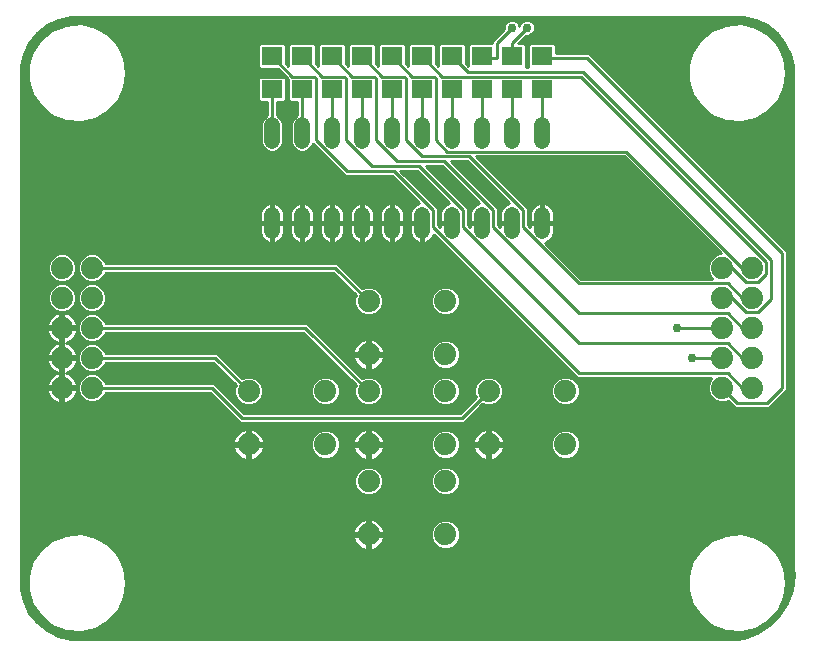
<source format=gbl>
G75*
%MOIN*%
%OFA0B0*%
%FSLAX25Y25*%
%IPPOS*%
%LPD*%
%AMOC8*
5,1,8,0,0,1.08239X$1,22.5*
%
%ADD10C,0.07400*%
%ADD11C,0.05200*%
%ADD12R,0.07087X0.06299*%
%ADD13C,0.01000*%
%ADD14C,0.02978*%
D10*
X0114795Y0105033D03*
X0114795Y0122833D03*
X0140395Y0122833D03*
X0154795Y0122833D03*
X0154795Y0135033D03*
X0154795Y0152833D03*
X0180395Y0152833D03*
X0180395Y0135033D03*
X0180395Y0122833D03*
X0194795Y0122833D03*
X0194795Y0105033D03*
X0180395Y0105033D03*
X0180395Y0092833D03*
X0180395Y0075033D03*
X0154795Y0075033D03*
X0154795Y0092833D03*
X0154795Y0105033D03*
X0140395Y0105033D03*
X0062595Y0123933D03*
X0052595Y0123933D03*
X0052595Y0133933D03*
X0062595Y0133933D03*
X0062595Y0143933D03*
X0052595Y0143933D03*
X0052595Y0153933D03*
X0062595Y0153933D03*
X0062595Y0163933D03*
X0052595Y0163933D03*
X0220395Y0122833D03*
X0220395Y0105033D03*
X0272595Y0123933D03*
X0282595Y0123933D03*
X0282595Y0133933D03*
X0272595Y0133933D03*
X0272595Y0143933D03*
X0282595Y0143933D03*
X0282595Y0153933D03*
X0272595Y0153933D03*
X0272595Y0163933D03*
X0282595Y0163933D03*
D11*
X0212595Y0176333D02*
X0212595Y0181533D01*
X0202595Y0181533D02*
X0202595Y0176333D01*
X0192595Y0176333D02*
X0192595Y0181533D01*
X0182595Y0181533D02*
X0182595Y0176333D01*
X0172595Y0176333D02*
X0172595Y0181533D01*
X0162595Y0181533D02*
X0162595Y0176333D01*
X0152595Y0176333D02*
X0152595Y0181533D01*
X0142595Y0181533D02*
X0142595Y0176333D01*
X0132595Y0176333D02*
X0132595Y0181533D01*
X0122595Y0181533D02*
X0122595Y0176333D01*
X0122595Y0206333D02*
X0122595Y0211533D01*
X0132595Y0211533D02*
X0132595Y0206333D01*
X0142595Y0206333D02*
X0142595Y0211533D01*
X0152595Y0211533D02*
X0152595Y0206333D01*
X0162595Y0206333D02*
X0162595Y0211533D01*
X0172595Y0211533D02*
X0172595Y0206333D01*
X0182595Y0206333D02*
X0182595Y0211533D01*
X0192595Y0211533D02*
X0192595Y0206333D01*
X0202595Y0206333D02*
X0202595Y0211533D01*
X0212595Y0211533D02*
X0212595Y0206333D01*
D12*
X0212595Y0223421D03*
X0202595Y0223421D03*
X0192595Y0223421D03*
X0182595Y0223421D03*
X0172595Y0223421D03*
X0162595Y0223421D03*
X0152595Y0223421D03*
X0142595Y0223421D03*
X0132595Y0223421D03*
X0122595Y0223421D03*
X0122595Y0234445D03*
X0132595Y0234445D03*
X0142595Y0234445D03*
X0152595Y0234445D03*
X0162595Y0234445D03*
X0172595Y0234445D03*
X0182595Y0234445D03*
X0192595Y0234445D03*
X0202595Y0234445D03*
X0212595Y0234445D03*
D13*
X0283563Y0041929D02*
X0050077Y0041929D01*
X0051419Y0041282D02*
X0047646Y0043099D01*
X0044372Y0045710D01*
X0041761Y0048984D01*
X0039945Y0052757D01*
X0039013Y0056839D01*
X0038895Y0058933D01*
X0038895Y0228933D01*
X0039013Y0231027D01*
X0039945Y0235109D01*
X0041761Y0238882D01*
X0044372Y0242156D01*
X0047646Y0244767D01*
X0051419Y0246584D01*
X0055501Y0247515D01*
X0057595Y0247633D01*
X0277595Y0247633D01*
X0279689Y0247515D01*
X0283771Y0246584D01*
X0287544Y0244767D01*
X0290818Y0242156D01*
X0293429Y0238882D01*
X0295246Y0235109D01*
X0296178Y0231027D01*
X0296295Y0228933D01*
X0296295Y0064389D01*
X0296244Y0064325D01*
X0296295Y0063861D01*
X0296295Y0063395D01*
X0296326Y0063363D01*
X0296434Y0061400D01*
X0295891Y0056653D01*
X0294306Y0052145D01*
X0291758Y0048103D01*
X0288374Y0044729D01*
X0284324Y0042194D01*
X0279811Y0040622D01*
X0277499Y0040233D01*
X0057595Y0040233D01*
X0055501Y0040351D01*
X0051419Y0041282D01*
X0052963Y0040930D02*
X0280695Y0040930D01*
X0280791Y0042927D02*
X0285495Y0042927D01*
X0284233Y0043926D02*
X0287090Y0043926D01*
X0285962Y0044924D02*
X0288569Y0044924D01*
X0287883Y0046033D02*
X0287883Y0046033D01*
X0291228Y0049638D01*
X0293362Y0054070D01*
X0294095Y0058933D01*
X0294095Y0058933D01*
X0293362Y0063797D01*
X0291228Y0068228D01*
X0287883Y0071833D01*
X0287883Y0071833D01*
X0283623Y0074292D01*
X0278828Y0075387D01*
X0273924Y0075019D01*
X0273924Y0075019D01*
X0269345Y0073222D01*
X0265500Y0070156D01*
X0262729Y0066092D01*
X0261279Y0061392D01*
X0261279Y0056474D01*
X0262729Y0051774D01*
X0265500Y0047710D01*
X0269345Y0044644D01*
X0269345Y0044644D01*
X0273924Y0042847D01*
X0278828Y0042479D01*
X0283623Y0043574D01*
X0287883Y0046033D01*
X0287883Y0046033D01*
X0287692Y0045923D02*
X0289571Y0045923D01*
X0288707Y0046921D02*
X0290572Y0046921D01*
X0289633Y0047920D02*
X0291574Y0047920D01*
X0292272Y0048918D02*
X0290560Y0048918D01*
X0291362Y0049917D02*
X0292901Y0049917D01*
X0293531Y0050915D02*
X0291843Y0050915D01*
X0292324Y0051914D02*
X0294160Y0051914D01*
X0294576Y0052912D02*
X0292805Y0052912D01*
X0293286Y0053911D02*
X0294927Y0053911D01*
X0295278Y0054909D02*
X0293489Y0054909D01*
X0293639Y0055908D02*
X0295629Y0055908D01*
X0295920Y0056906D02*
X0293790Y0056906D01*
X0293940Y0057905D02*
X0296034Y0057905D01*
X0296148Y0058903D02*
X0294091Y0058903D01*
X0293949Y0059902D02*
X0296262Y0059902D01*
X0296376Y0060900D02*
X0293799Y0060900D01*
X0293648Y0061899D02*
X0296406Y0061899D01*
X0296352Y0062897D02*
X0293498Y0062897D01*
X0293362Y0063797D02*
X0293362Y0063797D01*
X0293314Y0063896D02*
X0296291Y0063896D01*
X0296295Y0064894D02*
X0292833Y0064894D01*
X0292353Y0065893D02*
X0296295Y0065893D01*
X0296295Y0066891D02*
X0291872Y0066891D01*
X0291391Y0067890D02*
X0296295Y0067890D01*
X0296295Y0068888D02*
X0290615Y0068888D01*
X0291228Y0068228D02*
X0291228Y0068228D01*
X0289689Y0069887D02*
X0296295Y0069887D01*
X0296295Y0070885D02*
X0288762Y0070885D01*
X0287795Y0071884D02*
X0296295Y0071884D01*
X0296295Y0072882D02*
X0286065Y0072882D01*
X0284336Y0073881D02*
X0296295Y0073881D01*
X0296295Y0074879D02*
X0281051Y0074879D01*
X0278828Y0075387D02*
X0278828Y0075387D01*
X0273567Y0074879D02*
X0185195Y0074879D01*
X0185195Y0074078D02*
X0184464Y0072314D01*
X0183114Y0070964D01*
X0181350Y0070233D01*
X0179440Y0070233D01*
X0177676Y0070964D01*
X0176326Y0072314D01*
X0175595Y0074078D01*
X0175595Y0075988D01*
X0176326Y0077752D01*
X0177676Y0079102D01*
X0179440Y0079833D01*
X0181350Y0079833D01*
X0183114Y0079102D01*
X0184464Y0077752D01*
X0185195Y0075988D01*
X0185195Y0074078D01*
X0185113Y0073881D02*
X0271023Y0073881D01*
X0269345Y0073222D02*
X0269345Y0073222D01*
X0268919Y0072882D02*
X0184700Y0072882D01*
X0184034Y0071884D02*
X0267667Y0071884D01*
X0266415Y0070885D02*
X0182925Y0070885D01*
X0185195Y0075878D02*
X0296295Y0075878D01*
X0296295Y0076877D02*
X0184827Y0076877D01*
X0184341Y0077875D02*
X0296295Y0077875D01*
X0296295Y0078874D02*
X0183343Y0078874D01*
X0177447Y0078874D02*
X0158309Y0078874D01*
X0158183Y0078999D02*
X0157521Y0079480D01*
X0156791Y0079852D01*
X0156013Y0080105D01*
X0155295Y0080219D01*
X0155295Y0075533D01*
X0154295Y0075533D01*
X0154295Y0074533D01*
X0149610Y0074533D01*
X0149723Y0073815D01*
X0149976Y0073037D01*
X0150348Y0072308D01*
X0150829Y0071645D01*
X0151408Y0071067D01*
X0152070Y0070586D01*
X0152799Y0070214D01*
X0153577Y0069961D01*
X0154295Y0069847D01*
X0154295Y0074533D01*
X0155295Y0074533D01*
X0155295Y0069847D01*
X0156013Y0069961D01*
X0156791Y0070214D01*
X0157521Y0070586D01*
X0158183Y0071067D01*
X0158761Y0071645D01*
X0159243Y0072308D01*
X0159614Y0073037D01*
X0159867Y0073815D01*
X0159981Y0074533D01*
X0155295Y0074533D01*
X0155295Y0075533D01*
X0159981Y0075533D01*
X0159867Y0076251D01*
X0159614Y0077029D01*
X0159243Y0077758D01*
X0158761Y0078421D01*
X0158183Y0078999D01*
X0159158Y0077875D02*
X0176449Y0077875D01*
X0175963Y0076877D02*
X0159664Y0076877D01*
X0159926Y0075878D02*
X0175595Y0075878D01*
X0175595Y0074879D02*
X0155295Y0074879D01*
X0155295Y0073881D02*
X0154295Y0073881D01*
X0154295Y0074879D02*
X0061051Y0074879D01*
X0058828Y0075387D02*
X0063623Y0074292D01*
X0063623Y0074292D01*
X0067883Y0071833D01*
X0067883Y0071833D01*
X0071228Y0068228D01*
X0071228Y0068228D01*
X0073362Y0063797D01*
X0073362Y0063797D01*
X0074095Y0058933D01*
X0073362Y0054070D01*
X0073362Y0054070D01*
X0071228Y0049638D01*
X0071228Y0049638D01*
X0067883Y0046033D01*
X0067883Y0046033D01*
X0063623Y0043574D01*
X0063623Y0043574D01*
X0058828Y0042479D01*
X0058828Y0042479D01*
X0053924Y0042847D01*
X0053924Y0042847D01*
X0049345Y0044644D01*
X0049345Y0044644D01*
X0045500Y0047710D01*
X0045500Y0047710D01*
X0045500Y0047710D01*
X0042729Y0051774D01*
X0042729Y0051774D01*
X0041279Y0056474D01*
X0041279Y0061392D01*
X0042729Y0066092D01*
X0042729Y0066092D01*
X0045500Y0070156D01*
X0045500Y0070156D01*
X0049345Y0073222D01*
X0049345Y0073222D01*
X0053924Y0075019D01*
X0053924Y0075019D01*
X0058828Y0075387D01*
X0058828Y0075387D01*
X0053567Y0074879D02*
X0038895Y0074879D01*
X0038895Y0073881D02*
X0051023Y0073881D01*
X0048919Y0072882D02*
X0038895Y0072882D01*
X0038895Y0071884D02*
X0047667Y0071884D01*
X0046415Y0070885D02*
X0038895Y0070885D01*
X0038895Y0069887D02*
X0045316Y0069887D01*
X0045500Y0070156D02*
X0045500Y0070156D01*
X0044636Y0068888D02*
X0038895Y0068888D01*
X0038895Y0067890D02*
X0043955Y0067890D01*
X0043274Y0066891D02*
X0038895Y0066891D01*
X0038895Y0065893D02*
X0042668Y0065893D01*
X0042360Y0064894D02*
X0038895Y0064894D01*
X0038895Y0063896D02*
X0042052Y0063896D01*
X0041744Y0062897D02*
X0038895Y0062897D01*
X0038895Y0061899D02*
X0041436Y0061899D01*
X0041279Y0060900D02*
X0038895Y0060900D01*
X0038895Y0059902D02*
X0041279Y0059902D01*
X0041279Y0058903D02*
X0038897Y0058903D01*
X0038953Y0057905D02*
X0041279Y0057905D01*
X0041279Y0056906D02*
X0039009Y0056906D01*
X0039225Y0055908D02*
X0041454Y0055908D01*
X0041762Y0054909D02*
X0039453Y0054909D01*
X0039681Y0053911D02*
X0042070Y0053911D01*
X0042378Y0052912D02*
X0039909Y0052912D01*
X0040351Y0051914D02*
X0042686Y0051914D01*
X0043315Y0050915D02*
X0040831Y0050915D01*
X0041312Y0049917D02*
X0043995Y0049917D01*
X0044676Y0048918D02*
X0041814Y0048918D01*
X0042610Y0047920D02*
X0045357Y0047920D01*
X0046489Y0046921D02*
X0043407Y0046921D01*
X0044203Y0045923D02*
X0047741Y0045923D01*
X0048993Y0044924D02*
X0045358Y0044924D01*
X0046610Y0043926D02*
X0051175Y0043926D01*
X0053719Y0042927D02*
X0048004Y0042927D01*
X0060791Y0042927D02*
X0273719Y0042927D01*
X0273924Y0042847D02*
X0273924Y0042847D01*
X0271175Y0043926D02*
X0064233Y0043926D01*
X0065962Y0044924D02*
X0268993Y0044924D01*
X0267741Y0045923D02*
X0067692Y0045923D01*
X0068707Y0046921D02*
X0266489Y0046921D01*
X0265500Y0047710D02*
X0265500Y0047710D01*
X0265500Y0047710D01*
X0265357Y0047920D02*
X0069633Y0047920D01*
X0070560Y0048918D02*
X0264676Y0048918D01*
X0263995Y0049917D02*
X0071362Y0049917D01*
X0071843Y0050915D02*
X0263315Y0050915D01*
X0262729Y0051774D02*
X0262729Y0051774D01*
X0262686Y0051914D02*
X0072324Y0051914D01*
X0072805Y0052912D02*
X0262378Y0052912D01*
X0262070Y0053911D02*
X0073286Y0053911D01*
X0073489Y0054909D02*
X0261762Y0054909D01*
X0261454Y0055908D02*
X0073639Y0055908D01*
X0073790Y0056906D02*
X0261279Y0056906D01*
X0261279Y0057905D02*
X0073940Y0057905D01*
X0074091Y0058903D02*
X0261279Y0058903D01*
X0261279Y0059902D02*
X0073949Y0059902D01*
X0073799Y0060900D02*
X0261279Y0060900D01*
X0261436Y0061899D02*
X0073648Y0061899D01*
X0073498Y0062897D02*
X0261744Y0062897D01*
X0262052Y0063896D02*
X0073314Y0063896D01*
X0072833Y0064894D02*
X0262360Y0064894D01*
X0262668Y0065893D02*
X0072353Y0065893D01*
X0071872Y0066891D02*
X0263274Y0066891D01*
X0262729Y0066092D02*
X0262729Y0066092D01*
X0263955Y0067890D02*
X0071391Y0067890D01*
X0070615Y0068888D02*
X0264636Y0068888D01*
X0265316Y0069887D02*
X0155544Y0069887D01*
X0155295Y0069887D02*
X0154295Y0069887D01*
X0154046Y0069887D02*
X0069689Y0069887D01*
X0068762Y0070885D02*
X0151657Y0070885D01*
X0150656Y0071884D02*
X0067795Y0071884D01*
X0066065Y0072882D02*
X0150055Y0072882D01*
X0149713Y0073881D02*
X0064336Y0073881D01*
X0038895Y0075878D02*
X0149664Y0075878D01*
X0149610Y0075533D02*
X0154295Y0075533D01*
X0154295Y0080219D01*
X0153577Y0080105D01*
X0152799Y0079852D01*
X0152070Y0079480D01*
X0151408Y0078999D01*
X0150829Y0078421D01*
X0150348Y0077758D01*
X0149976Y0077029D01*
X0149723Y0076251D01*
X0149610Y0075533D01*
X0149927Y0076877D02*
X0038895Y0076877D01*
X0038895Y0077875D02*
X0150432Y0077875D01*
X0151282Y0078874D02*
X0038895Y0078874D01*
X0038895Y0079872D02*
X0152860Y0079872D01*
X0154295Y0079872D02*
X0155295Y0079872D01*
X0155295Y0078874D02*
X0154295Y0078874D01*
X0154295Y0077875D02*
X0155295Y0077875D01*
X0155295Y0076877D02*
X0154295Y0076877D01*
X0154295Y0075878D02*
X0155295Y0075878D01*
X0155295Y0072882D02*
X0154295Y0072882D01*
X0154295Y0071884D02*
X0155295Y0071884D01*
X0155295Y0070885D02*
X0154295Y0070885D01*
X0157933Y0070885D02*
X0177865Y0070885D01*
X0176756Y0071884D02*
X0158935Y0071884D01*
X0159535Y0072882D02*
X0176090Y0072882D01*
X0175677Y0073881D02*
X0159877Y0073881D01*
X0156730Y0079872D02*
X0296295Y0079872D01*
X0296295Y0080871D02*
X0038895Y0080871D01*
X0038895Y0081869D02*
X0296295Y0081869D01*
X0296295Y0082868D02*
X0038895Y0082868D01*
X0038895Y0083866D02*
X0296295Y0083866D01*
X0296295Y0084865D02*
X0038895Y0084865D01*
X0038895Y0085863D02*
X0296295Y0085863D01*
X0296295Y0086862D02*
X0038895Y0086862D01*
X0038895Y0087860D02*
X0296295Y0087860D01*
X0296295Y0088859D02*
X0183209Y0088859D01*
X0183114Y0088764D02*
X0184464Y0090114D01*
X0185195Y0091878D01*
X0185195Y0093788D01*
X0184464Y0095552D01*
X0183114Y0096902D01*
X0181350Y0097633D01*
X0179440Y0097633D01*
X0177676Y0096902D01*
X0176326Y0095552D01*
X0175595Y0093788D01*
X0175595Y0091878D01*
X0176326Y0090114D01*
X0177676Y0088764D01*
X0179440Y0088033D01*
X0181350Y0088033D01*
X0183114Y0088764D01*
X0184207Y0089857D02*
X0296295Y0089857D01*
X0296295Y0090856D02*
X0184772Y0090856D01*
X0185185Y0091854D02*
X0296295Y0091854D01*
X0296295Y0092853D02*
X0185195Y0092853D01*
X0185169Y0093851D02*
X0296295Y0093851D01*
X0296295Y0094850D02*
X0184755Y0094850D01*
X0184168Y0095848D02*
X0296295Y0095848D01*
X0296295Y0096847D02*
X0183170Y0096847D01*
X0181350Y0100233D02*
X0183114Y0100964D01*
X0184464Y0102314D01*
X0185195Y0104078D01*
X0185195Y0105988D01*
X0184464Y0107752D01*
X0183114Y0109102D01*
X0181350Y0109833D01*
X0179440Y0109833D01*
X0177676Y0109102D01*
X0176326Y0107752D01*
X0175595Y0105988D01*
X0175595Y0104078D01*
X0176326Y0102314D01*
X0177676Y0100964D01*
X0179440Y0100233D01*
X0181350Y0100233D01*
X0182817Y0100841D02*
X0191719Y0100841D01*
X0191408Y0101067D02*
X0192070Y0100586D01*
X0192799Y0100214D01*
X0193577Y0099961D01*
X0194295Y0099847D01*
X0194295Y0104533D01*
X0189610Y0104533D01*
X0189723Y0103815D01*
X0189976Y0103037D01*
X0190348Y0102308D01*
X0190829Y0101645D01*
X0191408Y0101067D01*
X0190688Y0101839D02*
X0183990Y0101839D01*
X0184681Y0102838D02*
X0190078Y0102838D01*
X0189720Y0103836D02*
X0185095Y0103836D01*
X0185195Y0104835D02*
X0194295Y0104835D01*
X0194295Y0104533D02*
X0194295Y0105533D01*
X0189610Y0105533D01*
X0189723Y0106251D01*
X0189976Y0107029D01*
X0190348Y0107758D01*
X0190829Y0108421D01*
X0191408Y0108999D01*
X0192070Y0109480D01*
X0192799Y0109852D01*
X0193577Y0110105D01*
X0194295Y0110219D01*
X0194295Y0105533D01*
X0195295Y0105533D01*
X0195295Y0110219D01*
X0196013Y0110105D01*
X0196791Y0109852D01*
X0197521Y0109480D01*
X0198183Y0108999D01*
X0198761Y0108421D01*
X0199243Y0107758D01*
X0199614Y0107029D01*
X0199867Y0106251D01*
X0199981Y0105533D01*
X0195295Y0105533D01*
X0195295Y0104533D01*
X0195295Y0099847D01*
X0196013Y0099961D01*
X0196791Y0100214D01*
X0197521Y0100586D01*
X0198183Y0101067D01*
X0198761Y0101645D01*
X0199243Y0102308D01*
X0199614Y0103037D01*
X0199867Y0103815D01*
X0199981Y0104533D01*
X0195295Y0104533D01*
X0194295Y0104533D01*
X0194295Y0103836D02*
X0195295Y0103836D01*
X0195295Y0102838D02*
X0194295Y0102838D01*
X0194295Y0101839D02*
X0195295Y0101839D01*
X0195295Y0100841D02*
X0194295Y0100841D01*
X0197872Y0100841D02*
X0217973Y0100841D01*
X0217676Y0100964D02*
X0219440Y0100233D01*
X0221350Y0100233D01*
X0223114Y0100964D01*
X0224464Y0102314D01*
X0225195Y0104078D01*
X0225195Y0105988D01*
X0224464Y0107752D01*
X0223114Y0109102D01*
X0221350Y0109833D01*
X0219440Y0109833D01*
X0217676Y0109102D01*
X0216326Y0107752D01*
X0215595Y0105988D01*
X0215595Y0104078D01*
X0216326Y0102314D01*
X0217676Y0100964D01*
X0216801Y0101839D02*
X0198902Y0101839D01*
X0199513Y0102838D02*
X0216109Y0102838D01*
X0215695Y0103836D02*
X0199870Y0103836D01*
X0199933Y0105833D02*
X0215595Y0105833D01*
X0215595Y0104835D02*
X0195295Y0104835D01*
X0195295Y0105833D02*
X0194295Y0105833D01*
X0194295Y0106832D02*
X0195295Y0106832D01*
X0195295Y0107830D02*
X0194295Y0107830D01*
X0194295Y0108829D02*
X0195295Y0108829D01*
X0195295Y0109827D02*
X0194295Y0109827D01*
X0192751Y0109827D02*
X0181364Y0109827D01*
X0179427Y0109827D02*
X0156840Y0109827D01*
X0156791Y0109852D02*
X0156013Y0110105D01*
X0155295Y0110219D01*
X0155295Y0105533D01*
X0154295Y0105533D01*
X0154295Y0104533D01*
X0149610Y0104533D01*
X0149723Y0103815D01*
X0149976Y0103037D01*
X0150348Y0102308D01*
X0150829Y0101645D01*
X0151408Y0101067D01*
X0152070Y0100586D01*
X0152799Y0100214D01*
X0153577Y0099961D01*
X0154295Y0099847D01*
X0154295Y0104533D01*
X0155295Y0104533D01*
X0155295Y0099847D01*
X0156013Y0099961D01*
X0156791Y0100214D01*
X0157521Y0100586D01*
X0158183Y0101067D01*
X0158761Y0101645D01*
X0159243Y0102308D01*
X0159614Y0103037D01*
X0159867Y0103815D01*
X0159981Y0104533D01*
X0155295Y0104533D01*
X0155295Y0105533D01*
X0159981Y0105533D01*
X0159867Y0106251D01*
X0159614Y0107029D01*
X0159243Y0107758D01*
X0158761Y0108421D01*
X0158183Y0108999D01*
X0157521Y0109480D01*
X0156791Y0109852D01*
X0155295Y0109827D02*
X0154295Y0109827D01*
X0154295Y0110219D02*
X0153577Y0110105D01*
X0152799Y0109852D01*
X0152070Y0109480D01*
X0151408Y0108999D01*
X0150829Y0108421D01*
X0150348Y0107758D01*
X0149976Y0107029D01*
X0149723Y0106251D01*
X0149610Y0105533D01*
X0154295Y0105533D01*
X0154295Y0110219D01*
X0154295Y0108829D02*
X0155295Y0108829D01*
X0155295Y0107830D02*
X0154295Y0107830D01*
X0154295Y0106832D02*
X0155295Y0106832D01*
X0155295Y0105833D02*
X0154295Y0105833D01*
X0154295Y0104835D02*
X0145195Y0104835D01*
X0145195Y0104078D02*
X0145195Y0105988D01*
X0144464Y0107752D01*
X0143114Y0109102D01*
X0141350Y0109833D01*
X0139440Y0109833D01*
X0137676Y0109102D01*
X0136326Y0107752D01*
X0135595Y0105988D01*
X0135595Y0104078D01*
X0136326Y0102314D01*
X0137676Y0100964D01*
X0139440Y0100233D01*
X0141350Y0100233D01*
X0143114Y0100964D01*
X0144464Y0102314D01*
X0145195Y0104078D01*
X0145095Y0103836D02*
X0149720Y0103836D01*
X0150078Y0102838D02*
X0144681Y0102838D01*
X0143990Y0101839D02*
X0150688Y0101839D01*
X0151719Y0100841D02*
X0142817Y0100841D01*
X0137973Y0100841D02*
X0117872Y0100841D01*
X0118183Y0101067D02*
X0118761Y0101645D01*
X0119243Y0102308D01*
X0119614Y0103037D01*
X0119867Y0103815D01*
X0119981Y0104533D01*
X0115295Y0104533D01*
X0115295Y0099847D01*
X0116013Y0099961D01*
X0116791Y0100214D01*
X0117521Y0100586D01*
X0118183Y0101067D01*
X0118902Y0101839D02*
X0136801Y0101839D01*
X0136109Y0102838D02*
X0119513Y0102838D01*
X0119870Y0103836D02*
X0135695Y0103836D01*
X0135595Y0104835D02*
X0115295Y0104835D01*
X0115295Y0104533D02*
X0115295Y0105533D01*
X0114295Y0105533D01*
X0114295Y0104533D01*
X0109610Y0104533D01*
X0109723Y0103815D01*
X0109976Y0103037D01*
X0110348Y0102308D01*
X0110829Y0101645D01*
X0111408Y0101067D01*
X0112070Y0100586D01*
X0112799Y0100214D01*
X0113577Y0099961D01*
X0114295Y0099847D01*
X0114295Y0104533D01*
X0115295Y0104533D01*
X0115295Y0103836D02*
X0114295Y0103836D01*
X0114295Y0102838D02*
X0115295Y0102838D01*
X0115295Y0101839D02*
X0114295Y0101839D01*
X0114295Y0100841D02*
X0115295Y0100841D01*
X0111719Y0100841D02*
X0038895Y0100841D01*
X0038895Y0101839D02*
X0110688Y0101839D01*
X0110078Y0102838D02*
X0038895Y0102838D01*
X0038895Y0103836D02*
X0109720Y0103836D01*
X0109610Y0105533D02*
X0114295Y0105533D01*
X0114295Y0110219D01*
X0113577Y0110105D01*
X0112799Y0109852D01*
X0112070Y0109480D01*
X0111408Y0108999D01*
X0110829Y0108421D01*
X0110348Y0107758D01*
X0109976Y0107029D01*
X0109723Y0106251D01*
X0109610Y0105533D01*
X0109657Y0105833D02*
X0038895Y0105833D01*
X0038895Y0104835D02*
X0114295Y0104835D01*
X0114295Y0105833D02*
X0115295Y0105833D01*
X0115295Y0105533D02*
X0115295Y0110219D01*
X0116013Y0110105D01*
X0116791Y0109852D01*
X0117521Y0109480D01*
X0118183Y0108999D01*
X0118761Y0108421D01*
X0119243Y0107758D01*
X0119614Y0107029D01*
X0119867Y0106251D01*
X0119981Y0105533D01*
X0115295Y0105533D01*
X0115295Y0106832D02*
X0114295Y0106832D01*
X0114295Y0107830D02*
X0115295Y0107830D01*
X0115295Y0108829D02*
X0114295Y0108829D01*
X0114295Y0109827D02*
X0115295Y0109827D01*
X0116840Y0109827D02*
X0139427Y0109827D01*
X0141364Y0109827D02*
X0152751Y0109827D01*
X0151237Y0108829D02*
X0143388Y0108829D01*
X0144386Y0107830D02*
X0150400Y0107830D01*
X0149912Y0106832D02*
X0144846Y0106832D01*
X0145195Y0105833D02*
X0149657Y0105833D01*
X0154295Y0103836D02*
X0155295Y0103836D01*
X0155295Y0102838D02*
X0154295Y0102838D01*
X0154295Y0101839D02*
X0155295Y0101839D01*
X0155295Y0100841D02*
X0154295Y0100841D01*
X0153840Y0097633D02*
X0152076Y0096902D01*
X0150726Y0095552D01*
X0149995Y0093788D01*
X0149995Y0091878D01*
X0150726Y0090114D01*
X0152076Y0088764D01*
X0153840Y0088033D01*
X0155750Y0088033D01*
X0157514Y0088764D01*
X0158864Y0090114D01*
X0159595Y0091878D01*
X0159595Y0093788D01*
X0158864Y0095552D01*
X0157514Y0096902D01*
X0155750Y0097633D01*
X0153840Y0097633D01*
X0152021Y0096847D02*
X0038895Y0096847D01*
X0038895Y0097845D02*
X0296295Y0097845D01*
X0296295Y0098844D02*
X0038895Y0098844D01*
X0038895Y0099842D02*
X0296295Y0099842D01*
X0296295Y0100841D02*
X0222817Y0100841D01*
X0223990Y0101839D02*
X0296295Y0101839D01*
X0296295Y0102838D02*
X0224681Y0102838D01*
X0225095Y0103836D02*
X0296295Y0103836D01*
X0296295Y0104835D02*
X0225195Y0104835D01*
X0225195Y0105833D02*
X0296295Y0105833D01*
X0296295Y0106832D02*
X0224846Y0106832D01*
X0224386Y0107830D02*
X0296295Y0107830D01*
X0296295Y0108829D02*
X0223388Y0108829D01*
X0221364Y0109827D02*
X0296295Y0109827D01*
X0296295Y0110826D02*
X0038895Y0110826D01*
X0038895Y0111824D02*
X0296295Y0111824D01*
X0296295Y0112823D02*
X0187048Y0112823D01*
X0186558Y0112333D02*
X0192721Y0118497D01*
X0193840Y0118033D01*
X0195750Y0118033D01*
X0197514Y0118764D01*
X0198864Y0120114D01*
X0199595Y0121878D01*
X0199595Y0123788D01*
X0198864Y0125552D01*
X0197514Y0126902D01*
X0195750Y0127633D01*
X0193840Y0127633D01*
X0192076Y0126902D01*
X0190726Y0125552D01*
X0189995Y0123788D01*
X0189995Y0121878D01*
X0190459Y0120759D01*
X0185232Y0115533D01*
X0113258Y0115533D01*
X0103258Y0125533D01*
X0067128Y0125533D01*
X0066664Y0126652D01*
X0065314Y0128002D01*
X0063550Y0128733D01*
X0061640Y0128733D01*
X0059876Y0128002D01*
X0058526Y0126652D01*
X0057795Y0124888D01*
X0057795Y0122978D01*
X0058526Y0121214D01*
X0059876Y0119864D01*
X0061640Y0119133D01*
X0063550Y0119133D01*
X0065314Y0119864D01*
X0066664Y0121214D01*
X0067128Y0122333D01*
X0101932Y0122333D01*
X0110995Y0113270D01*
X0111932Y0112333D01*
X0186558Y0112333D01*
X0185895Y0113933D02*
X0194795Y0122833D01*
X0189995Y0122808D02*
X0185195Y0122808D01*
X0185195Y0121878D02*
X0184464Y0120114D01*
X0183114Y0118764D01*
X0181350Y0118033D01*
X0179440Y0118033D01*
X0177676Y0118764D01*
X0176326Y0120114D01*
X0175595Y0121878D01*
X0175595Y0123788D01*
X0176326Y0125552D01*
X0177676Y0126902D01*
X0179440Y0127633D01*
X0181350Y0127633D01*
X0183114Y0126902D01*
X0184464Y0125552D01*
X0185195Y0123788D01*
X0185195Y0121878D01*
X0185167Y0121810D02*
X0190024Y0121810D01*
X0190437Y0120811D02*
X0184753Y0120811D01*
X0184163Y0119812D02*
X0189512Y0119812D01*
X0188513Y0118814D02*
X0183164Y0118814D01*
X0185518Y0115818D02*
X0112972Y0115818D01*
X0111974Y0116817D02*
X0186516Y0116817D01*
X0187515Y0117815D02*
X0110975Y0117815D01*
X0109977Y0118814D02*
X0112026Y0118814D01*
X0112076Y0118764D02*
X0113840Y0118033D01*
X0115750Y0118033D01*
X0117514Y0118764D01*
X0118864Y0120114D01*
X0119595Y0121878D01*
X0119595Y0123788D01*
X0118864Y0125552D01*
X0117514Y0126902D01*
X0115750Y0127633D01*
X0113840Y0127633D01*
X0112721Y0127170D01*
X0104358Y0135533D01*
X0067128Y0135533D01*
X0066664Y0136652D01*
X0065314Y0138002D01*
X0063550Y0138733D01*
X0061640Y0138733D01*
X0059876Y0138002D01*
X0058526Y0136652D01*
X0057795Y0134888D01*
X0057795Y0132978D01*
X0058526Y0131214D01*
X0059876Y0129864D01*
X0061640Y0129133D01*
X0063550Y0129133D01*
X0065314Y0129864D01*
X0066664Y0131214D01*
X0067128Y0132333D01*
X0103032Y0132333D01*
X0110459Y0124907D01*
X0109995Y0123788D01*
X0109995Y0121878D01*
X0110726Y0120114D01*
X0112076Y0118764D01*
X0111027Y0119812D02*
X0108978Y0119812D01*
X0107980Y0120811D02*
X0110437Y0120811D01*
X0110024Y0121810D02*
X0106981Y0121810D01*
X0105983Y0122808D02*
X0109995Y0122808D01*
X0110003Y0123807D02*
X0104984Y0123807D01*
X0103986Y0124805D02*
X0110416Y0124805D01*
X0109562Y0125804D02*
X0067016Y0125804D01*
X0066514Y0126802D02*
X0108563Y0126802D01*
X0107565Y0127801D02*
X0065516Y0127801D01*
X0065154Y0129798D02*
X0105568Y0129798D01*
X0104569Y0130796D02*
X0066246Y0130796D01*
X0066905Y0131795D02*
X0103571Y0131795D01*
X0103695Y0133933D02*
X0114795Y0122833D01*
X0119595Y0122808D02*
X0135595Y0122808D01*
X0135595Y0121878D02*
X0136326Y0120114D01*
X0137676Y0118764D01*
X0139440Y0118033D01*
X0141350Y0118033D01*
X0143114Y0118764D01*
X0144464Y0120114D01*
X0145195Y0121878D01*
X0145195Y0123788D01*
X0144464Y0125552D01*
X0143114Y0126902D01*
X0141350Y0127633D01*
X0139440Y0127633D01*
X0137676Y0126902D01*
X0136326Y0125552D01*
X0135595Y0123788D01*
X0135595Y0121878D01*
X0135624Y0121810D02*
X0119567Y0121810D01*
X0119153Y0120811D02*
X0136037Y0120811D01*
X0136627Y0119812D02*
X0118563Y0119812D01*
X0117564Y0118814D02*
X0137626Y0118814D01*
X0135603Y0123807D02*
X0119587Y0123807D01*
X0119174Y0124805D02*
X0136016Y0124805D01*
X0136577Y0125804D02*
X0118613Y0125804D01*
X0117614Y0126802D02*
X0137576Y0126802D01*
X0143214Y0126802D02*
X0148563Y0126802D01*
X0147565Y0127801D02*
X0112090Y0127801D01*
X0111092Y0128799D02*
X0146566Y0128799D01*
X0145568Y0129798D02*
X0110093Y0129798D01*
X0109095Y0130796D02*
X0144569Y0130796D01*
X0143571Y0131795D02*
X0108096Y0131795D01*
X0107098Y0132793D02*
X0142572Y0132793D01*
X0141574Y0133792D02*
X0106099Y0133792D01*
X0105101Y0134790D02*
X0140575Y0134790D01*
X0139577Y0135789D02*
X0067022Y0135789D01*
X0066529Y0136787D02*
X0138578Y0136787D01*
X0137580Y0137786D02*
X0065531Y0137786D01*
X0065118Y0139783D02*
X0135583Y0139783D01*
X0134584Y0140781D02*
X0066232Y0140781D01*
X0066664Y0141214D02*
X0067128Y0142333D01*
X0133032Y0142333D01*
X0150459Y0124907D01*
X0149995Y0123788D01*
X0149995Y0121878D01*
X0150726Y0120114D01*
X0152076Y0118764D01*
X0153840Y0118033D01*
X0155750Y0118033D01*
X0157514Y0118764D01*
X0158864Y0120114D01*
X0159595Y0121878D01*
X0159595Y0123788D01*
X0158864Y0125552D01*
X0157514Y0126902D01*
X0155750Y0127633D01*
X0153840Y0127633D01*
X0152721Y0127170D01*
X0134358Y0145533D01*
X0067128Y0145533D01*
X0066664Y0146652D01*
X0065314Y0148002D01*
X0063550Y0148733D01*
X0061640Y0148733D01*
X0059876Y0148002D01*
X0058526Y0146652D01*
X0057795Y0144888D01*
X0057795Y0142978D01*
X0058526Y0141214D01*
X0059876Y0139864D01*
X0061640Y0139133D01*
X0063550Y0139133D01*
X0065314Y0139864D01*
X0066664Y0141214D01*
X0066899Y0141780D02*
X0133586Y0141780D01*
X0133695Y0143933D02*
X0154795Y0122833D01*
X0149995Y0122808D02*
X0145195Y0122808D01*
X0145187Y0123807D02*
X0150003Y0123807D01*
X0150416Y0124805D02*
X0144774Y0124805D01*
X0144213Y0125804D02*
X0149562Y0125804D01*
X0152090Y0127801D02*
X0223632Y0127801D01*
X0224300Y0127133D02*
X0269007Y0127133D01*
X0268526Y0126652D01*
X0267795Y0124888D01*
X0267795Y0122978D01*
X0268526Y0121214D01*
X0269876Y0119864D01*
X0271640Y0119133D01*
X0273550Y0119133D01*
X0274669Y0119597D01*
X0275995Y0118270D01*
X0276932Y0117333D01*
X0288258Y0117333D01*
X0289195Y0118270D01*
X0289195Y0118270D01*
X0293258Y0122333D01*
X0294195Y0123270D01*
X0294195Y0169596D01*
X0229195Y0234596D01*
X0228258Y0235533D01*
X0217238Y0235533D01*
X0217238Y0238050D01*
X0216594Y0238694D01*
X0208596Y0238694D01*
X0207952Y0238050D01*
X0207952Y0230871D01*
X0207238Y0230871D01*
X0207238Y0238050D01*
X0206594Y0238694D01*
X0204619Y0238694D01*
X0207269Y0241344D01*
X0208110Y0241344D01*
X0209062Y0241738D01*
X0209790Y0242467D01*
X0210184Y0243418D01*
X0210184Y0244448D01*
X0209790Y0245400D01*
X0209062Y0246128D01*
X0208110Y0246522D01*
X0207080Y0246522D01*
X0206129Y0246128D01*
X0205400Y0245400D01*
X0205095Y0244663D01*
X0204790Y0245400D01*
X0204062Y0246128D01*
X0203110Y0246522D01*
X0202080Y0246522D01*
X0201129Y0246128D01*
X0200400Y0245400D01*
X0200006Y0244448D01*
X0200006Y0243607D01*
X0196932Y0240533D01*
X0195995Y0239596D01*
X0195995Y0238694D01*
X0188596Y0238694D01*
X0187952Y0238050D01*
X0187952Y0231351D01*
X0187238Y0232064D01*
X0187238Y0238050D01*
X0186594Y0238694D01*
X0178596Y0238694D01*
X0177952Y0238050D01*
X0177952Y0231351D01*
X0177238Y0232064D01*
X0177238Y0238050D01*
X0176594Y0238694D01*
X0168596Y0238694D01*
X0167952Y0238050D01*
X0167952Y0231351D01*
X0167238Y0232064D01*
X0167238Y0238050D01*
X0166594Y0238694D01*
X0158596Y0238694D01*
X0157952Y0238050D01*
X0157952Y0231351D01*
X0157238Y0232064D01*
X0157238Y0238050D01*
X0156594Y0238694D01*
X0148596Y0238694D01*
X0147952Y0238050D01*
X0147952Y0231351D01*
X0147238Y0232064D01*
X0147238Y0238050D01*
X0146594Y0238694D01*
X0138596Y0238694D01*
X0137952Y0238050D01*
X0137952Y0231351D01*
X0137238Y0232064D01*
X0137238Y0238050D01*
X0136594Y0238694D01*
X0128596Y0238694D01*
X0127952Y0238050D01*
X0127952Y0231351D01*
X0127238Y0232064D01*
X0127238Y0238050D01*
X0126594Y0238694D01*
X0118596Y0238694D01*
X0117952Y0238050D01*
X0117952Y0230840D01*
X0118596Y0230195D01*
X0124582Y0230195D01*
X0127952Y0226825D01*
X0127952Y0219816D01*
X0128596Y0219172D01*
X0130995Y0219172D01*
X0130995Y0214875D01*
X0130499Y0214670D01*
X0129458Y0213629D01*
X0128895Y0212269D01*
X0128895Y0205597D01*
X0129458Y0204237D01*
X0130499Y0203196D01*
X0131859Y0202633D01*
X0133331Y0202633D01*
X0134691Y0203196D01*
X0135732Y0204237D01*
X0136161Y0205272D01*
X0136576Y0204857D01*
X0146800Y0194633D01*
X0162465Y0194633D01*
X0171583Y0185515D01*
X0171021Y0185333D01*
X0170446Y0185040D01*
X0169924Y0184660D01*
X0169468Y0184204D01*
X0169089Y0183682D01*
X0168796Y0183107D01*
X0168596Y0182493D01*
X0168495Y0181856D01*
X0168495Y0179233D01*
X0172295Y0179233D01*
X0172295Y0178633D01*
X0168495Y0178633D01*
X0168495Y0176010D01*
X0168596Y0175373D01*
X0168796Y0174759D01*
X0169089Y0174184D01*
X0169468Y0173662D01*
X0169924Y0173206D01*
X0170446Y0172826D01*
X0171021Y0172533D01*
X0171635Y0172334D01*
X0172272Y0172233D01*
X0172295Y0172233D01*
X0172295Y0178633D01*
X0172895Y0178633D01*
X0172895Y0172233D01*
X0172918Y0172233D01*
X0173555Y0172334D01*
X0174169Y0172533D01*
X0174744Y0172826D01*
X0175266Y0173206D01*
X0175722Y0173662D01*
X0176102Y0174184D01*
X0176395Y0174759D01*
X0176463Y0174970D01*
X0224300Y0127133D01*
X0223214Y0126802D02*
X0268676Y0126802D01*
X0268174Y0125804D02*
X0224213Y0125804D01*
X0224464Y0125552D02*
X0223114Y0126902D01*
X0221350Y0127633D01*
X0219440Y0127633D01*
X0217676Y0126902D01*
X0216326Y0125552D01*
X0215595Y0123788D01*
X0215595Y0121878D01*
X0216326Y0120114D01*
X0217676Y0118764D01*
X0219440Y0118033D01*
X0221350Y0118033D01*
X0223114Y0118764D01*
X0224464Y0120114D01*
X0225195Y0121878D01*
X0225195Y0123788D01*
X0224464Y0125552D01*
X0224774Y0124805D02*
X0267795Y0124805D01*
X0267795Y0123807D02*
X0225187Y0123807D01*
X0225195Y0122808D02*
X0267866Y0122808D01*
X0268279Y0121810D02*
X0225167Y0121810D01*
X0224753Y0120811D02*
X0268929Y0120811D01*
X0270000Y0119812D02*
X0224163Y0119812D01*
X0223164Y0118814D02*
X0275451Y0118814D01*
X0276450Y0117815D02*
X0192040Y0117815D01*
X0191042Y0116817D02*
X0296295Y0116817D01*
X0296295Y0117815D02*
X0288740Y0117815D01*
X0289739Y0118814D02*
X0296295Y0118814D01*
X0296295Y0119812D02*
X0290737Y0119812D01*
X0291736Y0120811D02*
X0296295Y0120811D01*
X0296295Y0121810D02*
X0292734Y0121810D01*
X0293258Y0122333D02*
X0293258Y0122333D01*
X0293733Y0122808D02*
X0296295Y0122808D01*
X0296295Y0123807D02*
X0294195Y0123807D01*
X0294195Y0124805D02*
X0296295Y0124805D01*
X0296295Y0125804D02*
X0294195Y0125804D01*
X0294195Y0126802D02*
X0296295Y0126802D01*
X0296295Y0127801D02*
X0294195Y0127801D01*
X0294195Y0128799D02*
X0296295Y0128799D01*
X0296295Y0129798D02*
X0294195Y0129798D01*
X0294195Y0130796D02*
X0296295Y0130796D01*
X0296295Y0131795D02*
X0294195Y0131795D01*
X0294195Y0132793D02*
X0296295Y0132793D01*
X0296295Y0133792D02*
X0294195Y0133792D01*
X0294195Y0134790D02*
X0296295Y0134790D01*
X0296295Y0135789D02*
X0294195Y0135789D01*
X0294195Y0136787D02*
X0296295Y0136787D01*
X0296295Y0137786D02*
X0294195Y0137786D01*
X0294195Y0138784D02*
X0296295Y0138784D01*
X0296295Y0139783D02*
X0294195Y0139783D01*
X0294195Y0140781D02*
X0296295Y0140781D01*
X0296295Y0141780D02*
X0294195Y0141780D01*
X0294195Y0142778D02*
X0296295Y0142778D01*
X0296295Y0143777D02*
X0294195Y0143777D01*
X0294195Y0144775D02*
X0296295Y0144775D01*
X0296295Y0145774D02*
X0294195Y0145774D01*
X0294195Y0146772D02*
X0296295Y0146772D01*
X0296295Y0147771D02*
X0294195Y0147771D01*
X0294195Y0148769D02*
X0296295Y0148769D01*
X0296295Y0149768D02*
X0294195Y0149768D01*
X0294195Y0150766D02*
X0296295Y0150766D01*
X0296295Y0151765D02*
X0294195Y0151765D01*
X0294195Y0152763D02*
X0296295Y0152763D01*
X0296295Y0153762D02*
X0294195Y0153762D01*
X0294195Y0154760D02*
X0296295Y0154760D01*
X0296295Y0155759D02*
X0294195Y0155759D01*
X0294195Y0156757D02*
X0296295Y0156757D01*
X0296295Y0157756D02*
X0294195Y0157756D01*
X0294195Y0158754D02*
X0296295Y0158754D01*
X0296295Y0159753D02*
X0294195Y0159753D01*
X0294195Y0160751D02*
X0296295Y0160751D01*
X0296295Y0161750D02*
X0294195Y0161750D01*
X0294195Y0162748D02*
X0296295Y0162748D01*
X0296295Y0163747D02*
X0294195Y0163747D01*
X0294195Y0164745D02*
X0296295Y0164745D01*
X0296295Y0165744D02*
X0294195Y0165744D01*
X0294195Y0166743D02*
X0296295Y0166743D01*
X0296295Y0167741D02*
X0294195Y0167741D01*
X0294195Y0168740D02*
X0296295Y0168740D01*
X0296295Y0169738D02*
X0294053Y0169738D01*
X0293054Y0170737D02*
X0296295Y0170737D01*
X0296295Y0171735D02*
X0292056Y0171735D01*
X0291057Y0172734D02*
X0296295Y0172734D01*
X0296295Y0173732D02*
X0290059Y0173732D01*
X0289060Y0174731D02*
X0296295Y0174731D01*
X0296295Y0175729D02*
X0288062Y0175729D01*
X0287063Y0176728D02*
X0296295Y0176728D01*
X0296295Y0177726D02*
X0286065Y0177726D01*
X0285066Y0178725D02*
X0296295Y0178725D01*
X0296295Y0179723D02*
X0284068Y0179723D01*
X0283069Y0180722D02*
X0296295Y0180722D01*
X0296295Y0181720D02*
X0282071Y0181720D01*
X0281072Y0182719D02*
X0296295Y0182719D01*
X0296295Y0183717D02*
X0280074Y0183717D01*
X0279075Y0184716D02*
X0296295Y0184716D01*
X0296295Y0185714D02*
X0278077Y0185714D01*
X0277078Y0186713D02*
X0296295Y0186713D01*
X0296295Y0187711D02*
X0276080Y0187711D01*
X0275081Y0188710D02*
X0296295Y0188710D01*
X0296295Y0189708D02*
X0274083Y0189708D01*
X0273084Y0190707D02*
X0296295Y0190707D01*
X0296295Y0191705D02*
X0272086Y0191705D01*
X0271087Y0192704D02*
X0296295Y0192704D01*
X0296295Y0193702D02*
X0270089Y0193702D01*
X0269090Y0194701D02*
X0296295Y0194701D01*
X0296295Y0195699D02*
X0268092Y0195699D01*
X0267093Y0196698D02*
X0296295Y0196698D01*
X0296295Y0197696D02*
X0266095Y0197696D01*
X0265096Y0198695D02*
X0296295Y0198695D01*
X0296295Y0199693D02*
X0264098Y0199693D01*
X0263099Y0200692D02*
X0296295Y0200692D01*
X0296295Y0201690D02*
X0262101Y0201690D01*
X0261102Y0202689D02*
X0296295Y0202689D01*
X0296295Y0203687D02*
X0260103Y0203687D01*
X0259105Y0204686D02*
X0296295Y0204686D01*
X0296295Y0205684D02*
X0258106Y0205684D01*
X0257108Y0206683D02*
X0296295Y0206683D01*
X0296295Y0207681D02*
X0256109Y0207681D01*
X0255111Y0208680D02*
X0296295Y0208680D01*
X0296295Y0209679D02*
X0254112Y0209679D01*
X0253114Y0210677D02*
X0296295Y0210677D01*
X0296295Y0211676D02*
X0252115Y0211676D01*
X0251117Y0212674D02*
X0276228Y0212674D01*
X0273924Y0212847D02*
X0278828Y0212479D01*
X0283623Y0213574D01*
X0287883Y0216033D01*
X0291228Y0219638D01*
X0291228Y0219638D01*
X0293362Y0224070D01*
X0294095Y0228933D01*
X0293362Y0233797D01*
X0291228Y0238228D01*
X0287883Y0241833D01*
X0287883Y0241833D01*
X0283623Y0244292D01*
X0278828Y0245387D01*
X0273924Y0245019D01*
X0273924Y0245019D01*
X0269345Y0243222D01*
X0265500Y0240156D01*
X0265500Y0240156D01*
X0262729Y0236092D01*
X0261279Y0231392D01*
X0261279Y0226474D01*
X0262729Y0221774D01*
X0265500Y0217710D01*
X0269345Y0214644D01*
X0269345Y0214644D01*
X0273924Y0212847D01*
X0273924Y0212847D01*
X0271819Y0213673D02*
X0250118Y0213673D01*
X0249120Y0214671D02*
X0269311Y0214671D01*
X0268059Y0215670D02*
X0248121Y0215670D01*
X0247123Y0216668D02*
X0266807Y0216668D01*
X0265554Y0217667D02*
X0246124Y0217667D01*
X0245126Y0218665D02*
X0264849Y0218665D01*
X0265500Y0217710D02*
X0265500Y0217710D01*
X0265500Y0217710D01*
X0264168Y0219664D02*
X0244127Y0219664D01*
X0243129Y0220662D02*
X0263487Y0220662D01*
X0262806Y0221661D02*
X0242130Y0221661D01*
X0241132Y0222659D02*
X0262456Y0222659D01*
X0262729Y0221774D02*
X0262729Y0221774D01*
X0262148Y0223658D02*
X0240133Y0223658D01*
X0239135Y0224656D02*
X0261840Y0224656D01*
X0261532Y0225655D02*
X0238136Y0225655D01*
X0237138Y0226653D02*
X0261279Y0226653D01*
X0261279Y0227652D02*
X0236139Y0227652D01*
X0235141Y0228650D02*
X0261279Y0228650D01*
X0261279Y0229649D02*
X0234142Y0229649D01*
X0233144Y0230647D02*
X0261279Y0230647D01*
X0261358Y0231646D02*
X0232145Y0231646D01*
X0231147Y0232644D02*
X0261666Y0232644D01*
X0261974Y0233643D02*
X0230148Y0233643D01*
X0229150Y0234641D02*
X0262282Y0234641D01*
X0262590Y0235640D02*
X0217238Y0235640D01*
X0217238Y0236638D02*
X0263102Y0236638D01*
X0262729Y0236092D02*
X0262729Y0236092D01*
X0263782Y0237637D02*
X0217238Y0237637D01*
X0216653Y0238635D02*
X0264463Y0238635D01*
X0265144Y0239634D02*
X0205559Y0239634D01*
X0206557Y0240632D02*
X0266097Y0240632D01*
X0265500Y0240156D02*
X0265500Y0240156D01*
X0267349Y0241631D02*
X0208802Y0241631D01*
X0209857Y0242629D02*
X0268601Y0242629D01*
X0269345Y0243222D02*
X0269345Y0243222D01*
X0270378Y0243628D02*
X0210184Y0243628D01*
X0210110Y0244626D02*
X0272922Y0244626D01*
X0277793Y0247622D02*
X0057397Y0247622D01*
X0058828Y0245387D02*
X0053924Y0245019D01*
X0049345Y0243222D01*
X0045500Y0240156D01*
X0045500Y0240156D01*
X0042729Y0236092D01*
X0041279Y0231392D01*
X0041279Y0226474D01*
X0042729Y0221774D01*
X0045500Y0217710D01*
X0049345Y0214644D01*
X0049345Y0214644D01*
X0053924Y0212847D01*
X0058828Y0212479D01*
X0063623Y0213574D01*
X0067883Y0216033D01*
X0071228Y0219638D01*
X0071228Y0219638D01*
X0073362Y0224070D01*
X0074095Y0228933D01*
X0073362Y0233797D01*
X0071228Y0238228D01*
X0067883Y0241833D01*
X0067883Y0241833D01*
X0063623Y0244292D01*
X0058828Y0245387D01*
X0062160Y0244626D02*
X0200080Y0244626D01*
X0200006Y0243628D02*
X0064774Y0243628D01*
X0063623Y0244292D02*
X0063623Y0244292D01*
X0066504Y0242629D02*
X0199029Y0242629D01*
X0198030Y0241631D02*
X0068071Y0241631D01*
X0068997Y0240632D02*
X0197032Y0240632D01*
X0196033Y0239634D02*
X0069923Y0239634D01*
X0070850Y0238635D02*
X0118537Y0238635D01*
X0117952Y0237637D02*
X0071513Y0237637D01*
X0071228Y0238228D02*
X0071228Y0238228D01*
X0071994Y0236638D02*
X0117952Y0236638D01*
X0117952Y0235640D02*
X0072474Y0235640D01*
X0072955Y0234641D02*
X0117952Y0234641D01*
X0117952Y0233643D02*
X0073385Y0233643D01*
X0073362Y0233797D02*
X0073362Y0233797D01*
X0073536Y0232644D02*
X0117952Y0232644D01*
X0117952Y0231646D02*
X0073686Y0231646D01*
X0073837Y0230647D02*
X0118144Y0230647D01*
X0118596Y0227671D02*
X0117952Y0227027D01*
X0117952Y0219816D01*
X0118596Y0219172D01*
X0120995Y0219172D01*
X0120995Y0214875D01*
X0120499Y0214670D01*
X0119458Y0213629D01*
X0118895Y0212269D01*
X0118895Y0205597D01*
X0119458Y0204237D01*
X0120499Y0203196D01*
X0121859Y0202633D01*
X0123331Y0202633D01*
X0124691Y0203196D01*
X0125732Y0204237D01*
X0126295Y0205597D01*
X0126295Y0212269D01*
X0125732Y0213629D01*
X0124691Y0214670D01*
X0124195Y0214875D01*
X0124195Y0219172D01*
X0126594Y0219172D01*
X0127238Y0219816D01*
X0127238Y0227027D01*
X0126594Y0227671D01*
X0118596Y0227671D01*
X0118577Y0227652D02*
X0073902Y0227652D01*
X0074052Y0228650D02*
X0126127Y0228650D01*
X0126613Y0227652D02*
X0127126Y0227652D01*
X0127238Y0226653D02*
X0127952Y0226653D01*
X0127952Y0225655D02*
X0127238Y0225655D01*
X0127238Y0224656D02*
X0127952Y0224656D01*
X0127952Y0223658D02*
X0127238Y0223658D01*
X0127238Y0222659D02*
X0127952Y0222659D01*
X0127952Y0221661D02*
X0127238Y0221661D01*
X0127238Y0220662D02*
X0127952Y0220662D01*
X0128104Y0219664D02*
X0127086Y0219664D01*
X0124195Y0218665D02*
X0130995Y0218665D01*
X0130995Y0217667D02*
X0124195Y0217667D01*
X0124195Y0216668D02*
X0130995Y0216668D01*
X0130995Y0215670D02*
X0124195Y0215670D01*
X0124688Y0214671D02*
X0130502Y0214671D01*
X0129502Y0213673D02*
X0125688Y0213673D01*
X0126127Y0212674D02*
X0129063Y0212674D01*
X0128895Y0211676D02*
X0126295Y0211676D01*
X0126295Y0210677D02*
X0128895Y0210677D01*
X0128895Y0209679D02*
X0126295Y0209679D01*
X0126295Y0208680D02*
X0128895Y0208680D01*
X0128895Y0207681D02*
X0126295Y0207681D01*
X0126295Y0206683D02*
X0128895Y0206683D01*
X0128895Y0205684D02*
X0126295Y0205684D01*
X0125918Y0204686D02*
X0129273Y0204686D01*
X0130008Y0203687D02*
X0125182Y0203687D01*
X0123466Y0202689D02*
X0131724Y0202689D01*
X0133466Y0202689D02*
X0138744Y0202689D01*
X0137745Y0203687D02*
X0135182Y0203687D01*
X0135918Y0204686D02*
X0136747Y0204686D01*
X0137238Y0206457D02*
X0137238Y0227027D01*
X0136594Y0227671D01*
X0129369Y0227671D01*
X0122595Y0234445D01*
X0127238Y0234641D02*
X0127952Y0234641D01*
X0127952Y0233643D02*
X0127238Y0233643D01*
X0127238Y0232644D02*
X0127952Y0232644D01*
X0127952Y0231646D02*
X0127657Y0231646D01*
X0125129Y0229649D02*
X0073987Y0229649D01*
X0073751Y0226653D02*
X0117952Y0226653D01*
X0117952Y0225655D02*
X0073601Y0225655D01*
X0073450Y0224656D02*
X0117952Y0224656D01*
X0117952Y0223658D02*
X0073164Y0223658D01*
X0073362Y0224070D02*
X0073362Y0224070D01*
X0072683Y0222659D02*
X0117952Y0222659D01*
X0117952Y0221661D02*
X0072202Y0221661D01*
X0071721Y0220662D02*
X0117952Y0220662D01*
X0118104Y0219664D02*
X0071240Y0219664D01*
X0070325Y0218665D02*
X0120995Y0218665D01*
X0120995Y0217667D02*
X0069399Y0217667D01*
X0068472Y0216668D02*
X0120995Y0216668D01*
X0120995Y0215670D02*
X0067253Y0215670D01*
X0067883Y0216033D02*
X0067883Y0216033D01*
X0065524Y0214671D02*
X0120502Y0214671D01*
X0119502Y0213673D02*
X0063795Y0213673D01*
X0063623Y0213574D02*
X0063623Y0213574D01*
X0059682Y0212674D02*
X0119063Y0212674D01*
X0118895Y0211676D02*
X0038895Y0211676D01*
X0038895Y0212674D02*
X0056228Y0212674D01*
X0053924Y0212847D02*
X0053924Y0212847D01*
X0051819Y0213673D02*
X0038895Y0213673D01*
X0038895Y0214671D02*
X0049311Y0214671D01*
X0048059Y0215670D02*
X0038895Y0215670D01*
X0038895Y0216668D02*
X0046807Y0216668D01*
X0045554Y0217667D02*
X0038895Y0217667D01*
X0038895Y0218665D02*
X0044849Y0218665D01*
X0045500Y0217710D02*
X0045500Y0217710D01*
X0045500Y0217710D01*
X0044168Y0219664D02*
X0038895Y0219664D01*
X0038895Y0220662D02*
X0043487Y0220662D01*
X0042806Y0221661D02*
X0038895Y0221661D01*
X0038895Y0222659D02*
X0042456Y0222659D01*
X0042729Y0221774D02*
X0042729Y0221774D01*
X0042148Y0223658D02*
X0038895Y0223658D01*
X0038895Y0224656D02*
X0041840Y0224656D01*
X0041532Y0225655D02*
X0038895Y0225655D01*
X0038895Y0226653D02*
X0041279Y0226653D01*
X0041279Y0227652D02*
X0038895Y0227652D01*
X0038895Y0228650D02*
X0041279Y0228650D01*
X0041279Y0229649D02*
X0038935Y0229649D01*
X0038991Y0230647D02*
X0041279Y0230647D01*
X0041358Y0231646D02*
X0039154Y0231646D01*
X0039382Y0232644D02*
X0041666Y0232644D01*
X0041974Y0233643D02*
X0039610Y0233643D01*
X0039838Y0234641D02*
X0042282Y0234641D01*
X0042590Y0235640D02*
X0040200Y0235640D01*
X0040681Y0236638D02*
X0043102Y0236638D01*
X0042729Y0236092D02*
X0042729Y0236092D01*
X0043782Y0237637D02*
X0041162Y0237637D01*
X0041643Y0238635D02*
X0044463Y0238635D01*
X0045144Y0239634D02*
X0042361Y0239634D01*
X0043157Y0240632D02*
X0046097Y0240632D01*
X0047349Y0241631D02*
X0043953Y0241631D01*
X0044966Y0242629D02*
X0048601Y0242629D01*
X0049345Y0243222D02*
X0049345Y0243222D01*
X0050378Y0243628D02*
X0046218Y0243628D01*
X0047470Y0244626D02*
X0052922Y0244626D01*
X0051593Y0246623D02*
X0283597Y0246623D01*
X0283623Y0244292D02*
X0283623Y0244292D01*
X0284774Y0243628D02*
X0288972Y0243628D01*
X0287720Y0244626D02*
X0282160Y0244626D01*
X0278828Y0245387D02*
X0278828Y0245387D01*
X0285762Y0245625D02*
X0209565Y0245625D01*
X0207595Y0243933D02*
X0202595Y0238933D01*
X0202595Y0234445D01*
X0202595Y0233933D01*
X0207238Y0233643D02*
X0207952Y0233643D01*
X0207952Y0234641D02*
X0207238Y0234641D01*
X0207238Y0235640D02*
X0207952Y0235640D01*
X0207952Y0236638D02*
X0207238Y0236638D01*
X0207238Y0237637D02*
X0207952Y0237637D01*
X0208537Y0238635D02*
X0206653Y0238635D01*
X0207238Y0232644D02*
X0207952Y0232644D01*
X0207952Y0231646D02*
X0207238Y0231646D01*
X0212595Y0233933D02*
X0212595Y0234445D01*
X0212595Y0233933D02*
X0227595Y0233933D01*
X0292595Y0168933D01*
X0292595Y0123933D01*
X0287595Y0118933D01*
X0277595Y0118933D01*
X0272595Y0123933D01*
X0274583Y0128733D02*
X0224963Y0128733D01*
X0176295Y0177400D01*
X0176295Y0183066D01*
X0163128Y0196233D01*
X0147463Y0196233D01*
X0137238Y0206457D01*
X0132595Y0208933D02*
X0132595Y0223421D01*
X0139369Y0227671D02*
X0132595Y0234445D01*
X0137238Y0234641D02*
X0137952Y0234641D01*
X0137952Y0233643D02*
X0137238Y0233643D01*
X0137238Y0232644D02*
X0137952Y0232644D01*
X0137952Y0231646D02*
X0137657Y0231646D01*
X0137952Y0235640D02*
X0137238Y0235640D01*
X0137238Y0236638D02*
X0137952Y0236638D01*
X0137952Y0237637D02*
X0137238Y0237637D01*
X0136653Y0238635D02*
X0138537Y0238635D01*
X0142595Y0234445D02*
X0149369Y0227671D01*
X0156594Y0227671D01*
X0157238Y0227027D01*
X0157238Y0206457D01*
X0164263Y0199433D01*
X0179928Y0199433D01*
X0196295Y0183066D01*
X0196295Y0177400D01*
X0224963Y0148733D01*
X0274583Y0148733D01*
X0279383Y0143933D01*
X0282595Y0143933D01*
X0280607Y0149133D02*
X0275807Y0153933D01*
X0272595Y0153933D01*
X0274583Y0158733D02*
X0224963Y0158733D01*
X0206295Y0177400D01*
X0206295Y0183066D01*
X0188328Y0201033D01*
X0172663Y0201033D01*
X0167238Y0206457D01*
X0167238Y0227027D01*
X0166594Y0227671D01*
X0159369Y0227671D01*
X0152595Y0234445D01*
X0157238Y0234641D02*
X0157952Y0234641D01*
X0157952Y0233643D02*
X0157238Y0233643D01*
X0157238Y0232644D02*
X0157952Y0232644D01*
X0157952Y0231646D02*
X0157657Y0231646D01*
X0157952Y0235640D02*
X0157238Y0235640D01*
X0157238Y0236638D02*
X0157952Y0236638D01*
X0157952Y0237637D02*
X0157238Y0237637D01*
X0156653Y0238635D02*
X0158537Y0238635D01*
X0162595Y0234445D02*
X0169369Y0227671D01*
X0176594Y0227671D01*
X0177238Y0227027D01*
X0177238Y0206457D01*
X0181063Y0202633D01*
X0240683Y0202633D01*
X0279383Y0163933D01*
X0282595Y0163933D01*
X0280607Y0159133D02*
X0275807Y0163933D01*
X0272595Y0163933D01*
X0272321Y0168733D02*
X0271640Y0168733D01*
X0269876Y0168002D01*
X0268526Y0166652D01*
X0267795Y0164888D01*
X0267795Y0162978D01*
X0268526Y0161214D01*
X0269407Y0160333D01*
X0225625Y0160333D01*
X0213607Y0172351D01*
X0214169Y0172533D01*
X0214744Y0172826D01*
X0215266Y0173206D01*
X0215722Y0173662D01*
X0216102Y0174184D01*
X0216395Y0174759D01*
X0216594Y0175373D01*
X0216695Y0176010D01*
X0216695Y0178633D01*
X0212895Y0178633D01*
X0212895Y0179233D01*
X0212295Y0179233D01*
X0212295Y0178633D01*
X0208495Y0178633D01*
X0208495Y0177463D01*
X0207895Y0178063D01*
X0207895Y0183728D01*
X0190590Y0201033D01*
X0240021Y0201033D01*
X0272321Y0168733D01*
X0272314Y0168740D02*
X0217219Y0168740D01*
X0216220Y0169738D02*
X0271316Y0169738D01*
X0270317Y0170737D02*
X0215222Y0170737D01*
X0214223Y0171735D02*
X0269319Y0171735D01*
X0268320Y0172734D02*
X0214562Y0172734D01*
X0215773Y0173732D02*
X0267322Y0173732D01*
X0266323Y0174731D02*
X0216380Y0174731D01*
X0216651Y0175729D02*
X0265325Y0175729D01*
X0264326Y0176728D02*
X0216695Y0176728D01*
X0216695Y0177726D02*
X0263328Y0177726D01*
X0262329Y0178725D02*
X0212895Y0178725D01*
X0212895Y0179233D02*
X0216695Y0179233D01*
X0216695Y0181856D01*
X0216594Y0182493D01*
X0216395Y0183107D01*
X0216102Y0183682D01*
X0215722Y0184204D01*
X0215266Y0184660D01*
X0214744Y0185040D01*
X0214169Y0185333D01*
X0213555Y0185532D01*
X0212918Y0185633D01*
X0212895Y0185633D01*
X0212895Y0179233D01*
X0212895Y0179723D02*
X0212295Y0179723D01*
X0212295Y0179233D02*
X0212295Y0185633D01*
X0212272Y0185633D01*
X0211635Y0185532D01*
X0211021Y0185333D01*
X0210446Y0185040D01*
X0209924Y0184660D01*
X0209468Y0184204D01*
X0209089Y0183682D01*
X0208796Y0183107D01*
X0208596Y0182493D01*
X0208495Y0181856D01*
X0208495Y0179233D01*
X0212295Y0179233D01*
X0212295Y0178725D02*
X0207895Y0178725D01*
X0207895Y0179723D02*
X0208495Y0179723D01*
X0208495Y0180722D02*
X0207895Y0180722D01*
X0207895Y0181720D02*
X0208495Y0181720D01*
X0208669Y0182719D02*
X0207895Y0182719D01*
X0207895Y0183717D02*
X0209114Y0183717D01*
X0210000Y0184716D02*
X0206908Y0184716D01*
X0205909Y0185714D02*
X0255339Y0185714D01*
X0254341Y0186713D02*
X0204911Y0186713D01*
X0203912Y0187711D02*
X0253342Y0187711D01*
X0252344Y0188710D02*
X0202914Y0188710D01*
X0201915Y0189708D02*
X0251345Y0189708D01*
X0250347Y0190707D02*
X0200917Y0190707D01*
X0199918Y0191705D02*
X0249348Y0191705D01*
X0248350Y0192704D02*
X0198920Y0192704D01*
X0197921Y0193702D02*
X0247351Y0193702D01*
X0246353Y0194701D02*
X0196923Y0194701D01*
X0195924Y0195699D02*
X0245354Y0195699D01*
X0244356Y0196698D02*
X0194926Y0196698D01*
X0193927Y0197696D02*
X0243357Y0197696D01*
X0242359Y0198695D02*
X0192929Y0198695D01*
X0191930Y0199693D02*
X0241360Y0199693D01*
X0240362Y0200692D02*
X0190932Y0200692D01*
X0188403Y0198695D02*
X0182929Y0198695D01*
X0182190Y0199433D02*
X0187665Y0199433D01*
X0201583Y0185515D01*
X0201021Y0185333D01*
X0200446Y0185040D01*
X0199924Y0184660D01*
X0199468Y0184204D01*
X0199089Y0183682D01*
X0198796Y0183107D01*
X0198596Y0182493D01*
X0198495Y0181856D01*
X0198495Y0179233D01*
X0202295Y0179233D01*
X0202295Y0178633D01*
X0198495Y0178633D01*
X0198495Y0177463D01*
X0197895Y0178063D01*
X0197895Y0183728D01*
X0182190Y0199433D01*
X0183927Y0197696D02*
X0189402Y0197696D01*
X0190400Y0196698D02*
X0184926Y0196698D01*
X0185924Y0195699D02*
X0191399Y0195699D01*
X0192397Y0194701D02*
X0186923Y0194701D01*
X0187921Y0193702D02*
X0193396Y0193702D01*
X0194394Y0192704D02*
X0188920Y0192704D01*
X0189918Y0191705D02*
X0195393Y0191705D01*
X0196391Y0190707D02*
X0190917Y0190707D01*
X0191915Y0189708D02*
X0197390Y0189708D01*
X0198388Y0188710D02*
X0192914Y0188710D01*
X0193912Y0187711D02*
X0199387Y0187711D01*
X0200385Y0186713D02*
X0194911Y0186713D01*
X0195909Y0185714D02*
X0201384Y0185714D01*
X0200000Y0184716D02*
X0196908Y0184716D01*
X0197895Y0183717D02*
X0199114Y0183717D01*
X0198669Y0182719D02*
X0197895Y0182719D01*
X0197895Y0181720D02*
X0198495Y0181720D01*
X0198495Y0180722D02*
X0197895Y0180722D01*
X0197895Y0179723D02*
X0198495Y0179723D01*
X0197895Y0178725D02*
X0202295Y0178725D01*
X0208232Y0177726D02*
X0208495Y0177726D01*
X0212295Y0180722D02*
X0212895Y0180722D01*
X0212895Y0181720D02*
X0212295Y0181720D01*
X0212295Y0182719D02*
X0212895Y0182719D01*
X0212895Y0183717D02*
X0212295Y0183717D01*
X0212295Y0184716D02*
X0212895Y0184716D01*
X0215190Y0184716D02*
X0256338Y0184716D01*
X0257336Y0183717D02*
X0216076Y0183717D01*
X0216521Y0182719D02*
X0258335Y0182719D01*
X0259334Y0181720D02*
X0216695Y0181720D01*
X0216695Y0180722D02*
X0260332Y0180722D01*
X0261331Y0179723D02*
X0216695Y0179723D01*
X0218217Y0167741D02*
X0269615Y0167741D01*
X0268616Y0166743D02*
X0219216Y0166743D01*
X0220214Y0165744D02*
X0268150Y0165744D01*
X0267795Y0164745D02*
X0221213Y0164745D01*
X0222211Y0163747D02*
X0267795Y0163747D01*
X0267890Y0162748D02*
X0223210Y0162748D01*
X0224208Y0161750D02*
X0268304Y0161750D01*
X0268989Y0160751D02*
X0225207Y0160751D01*
X0207656Y0143777D02*
X0136114Y0143777D01*
X0135116Y0144775D02*
X0206658Y0144775D01*
X0205659Y0145774D02*
X0067028Y0145774D01*
X0066544Y0146772D02*
X0204661Y0146772D01*
X0203662Y0147771D02*
X0065546Y0147771D01*
X0065082Y0149768D02*
X0151072Y0149768D01*
X0150726Y0150114D02*
X0152076Y0148764D01*
X0153840Y0148033D01*
X0155750Y0148033D01*
X0157514Y0148764D01*
X0158864Y0150114D01*
X0159595Y0151878D01*
X0159595Y0153788D01*
X0158864Y0155552D01*
X0157514Y0156902D01*
X0155750Y0157633D01*
X0153840Y0157633D01*
X0152721Y0157170D01*
X0144358Y0165533D01*
X0067128Y0165533D01*
X0066664Y0166652D01*
X0065314Y0168002D01*
X0063550Y0168733D01*
X0061640Y0168733D01*
X0059876Y0168002D01*
X0058526Y0166652D01*
X0057795Y0164888D01*
X0057795Y0162978D01*
X0058526Y0161214D01*
X0059876Y0159864D01*
X0061640Y0159133D01*
X0063550Y0159133D01*
X0065314Y0159864D01*
X0066664Y0161214D01*
X0067128Y0162333D01*
X0143032Y0162333D01*
X0150459Y0154907D01*
X0149995Y0153788D01*
X0149995Y0151878D01*
X0150726Y0150114D01*
X0150456Y0150766D02*
X0066217Y0150766D01*
X0066664Y0151214D02*
X0067395Y0152978D01*
X0067395Y0154888D01*
X0066664Y0156652D01*
X0065314Y0158002D01*
X0063550Y0158733D01*
X0061640Y0158733D01*
X0059876Y0158002D01*
X0058526Y0156652D01*
X0057795Y0154888D01*
X0057795Y0152978D01*
X0058526Y0151214D01*
X0059876Y0149864D01*
X0061640Y0149133D01*
X0063550Y0149133D01*
X0065314Y0149864D01*
X0066664Y0151214D01*
X0066892Y0151765D02*
X0150042Y0151765D01*
X0149995Y0152763D02*
X0067306Y0152763D01*
X0067395Y0153762D02*
X0149995Y0153762D01*
X0150398Y0154760D02*
X0067395Y0154760D01*
X0067034Y0155759D02*
X0149607Y0155759D01*
X0148608Y0156757D02*
X0066559Y0156757D01*
X0065560Y0157756D02*
X0147610Y0157756D01*
X0146611Y0158754D02*
X0038895Y0158754D01*
X0038895Y0157756D02*
X0049630Y0157756D01*
X0049876Y0158002D02*
X0048526Y0156652D01*
X0047795Y0154888D01*
X0047795Y0152978D01*
X0048526Y0151214D01*
X0049876Y0149864D01*
X0051640Y0149133D01*
X0053550Y0149133D01*
X0055314Y0149864D01*
X0056664Y0151214D01*
X0057395Y0152978D01*
X0057395Y0154888D01*
X0056664Y0156652D01*
X0055314Y0158002D01*
X0053550Y0158733D01*
X0051640Y0158733D01*
X0049876Y0158002D01*
X0048631Y0156757D02*
X0038895Y0156757D01*
X0038895Y0155759D02*
X0048156Y0155759D01*
X0047795Y0154760D02*
X0038895Y0154760D01*
X0038895Y0153762D02*
X0047795Y0153762D01*
X0047884Y0152763D02*
X0038895Y0152763D01*
X0038895Y0151765D02*
X0048298Y0151765D01*
X0048974Y0150766D02*
X0038895Y0150766D01*
X0038895Y0149768D02*
X0050108Y0149768D01*
X0050599Y0148752D02*
X0049870Y0148380D01*
X0049208Y0147899D01*
X0048629Y0147321D01*
X0048148Y0146658D01*
X0047776Y0145929D01*
X0047523Y0145151D01*
X0047410Y0144433D01*
X0052095Y0144433D01*
X0052095Y0143433D01*
X0047410Y0143433D01*
X0047523Y0142715D01*
X0047776Y0141937D01*
X0048148Y0141208D01*
X0048629Y0140545D01*
X0049208Y0139967D01*
X0049870Y0139486D01*
X0050599Y0139114D01*
X0051156Y0138933D01*
X0050599Y0138752D01*
X0049870Y0138380D01*
X0049208Y0137899D01*
X0048629Y0137321D01*
X0048148Y0136658D01*
X0047776Y0135929D01*
X0047523Y0135151D01*
X0047410Y0134433D01*
X0052095Y0134433D01*
X0052095Y0133433D01*
X0047410Y0133433D01*
X0047523Y0132715D01*
X0047776Y0131937D01*
X0048148Y0131208D01*
X0048629Y0130545D01*
X0049208Y0129967D01*
X0049870Y0129486D01*
X0050599Y0129114D01*
X0051156Y0128933D01*
X0050599Y0128752D01*
X0049870Y0128380D01*
X0049208Y0127899D01*
X0048629Y0127321D01*
X0048148Y0126658D01*
X0047776Y0125929D01*
X0047523Y0125151D01*
X0047410Y0124433D01*
X0052095Y0124433D01*
X0052095Y0123433D01*
X0047410Y0123433D01*
X0047523Y0122715D01*
X0047776Y0121937D01*
X0048148Y0121208D01*
X0048629Y0120545D01*
X0049208Y0119967D01*
X0049870Y0119486D01*
X0050599Y0119114D01*
X0051377Y0118861D01*
X0052095Y0118747D01*
X0052095Y0123433D01*
X0053095Y0123433D01*
X0053095Y0118747D01*
X0053813Y0118861D01*
X0054591Y0119114D01*
X0055321Y0119486D01*
X0055983Y0119967D01*
X0056561Y0120545D01*
X0057043Y0121208D01*
X0057414Y0121937D01*
X0057667Y0122715D01*
X0057781Y0123433D01*
X0053095Y0123433D01*
X0053095Y0124433D01*
X0052095Y0124433D01*
X0052095Y0129119D01*
X0052095Y0133433D01*
X0053095Y0133433D01*
X0053095Y0124433D01*
X0057781Y0124433D01*
X0057667Y0125151D01*
X0057414Y0125929D01*
X0057043Y0126658D01*
X0056561Y0127321D01*
X0055983Y0127899D01*
X0055321Y0128380D01*
X0054591Y0128752D01*
X0054034Y0128933D01*
X0054591Y0129114D01*
X0055321Y0129486D01*
X0055983Y0129967D01*
X0056561Y0130545D01*
X0057043Y0131208D01*
X0057414Y0131937D01*
X0057667Y0132715D01*
X0057781Y0133433D01*
X0053095Y0133433D01*
X0053095Y0134433D01*
X0052095Y0134433D01*
X0052095Y0139119D01*
X0052095Y0143433D01*
X0053095Y0143433D01*
X0053095Y0134433D01*
X0057781Y0134433D01*
X0057667Y0135151D01*
X0057414Y0135929D01*
X0057043Y0136658D01*
X0056561Y0137321D01*
X0055983Y0137899D01*
X0055321Y0138380D01*
X0054591Y0138752D01*
X0054034Y0138933D01*
X0054591Y0139114D01*
X0055321Y0139486D01*
X0055983Y0139967D01*
X0056561Y0140545D01*
X0057043Y0141208D01*
X0057414Y0141937D01*
X0057667Y0142715D01*
X0057781Y0143433D01*
X0053095Y0143433D01*
X0053095Y0144433D01*
X0052095Y0144433D01*
X0052095Y0149119D01*
X0051377Y0149005D01*
X0050599Y0148752D01*
X0050652Y0148769D02*
X0038895Y0148769D01*
X0038895Y0147771D02*
X0049079Y0147771D01*
X0048230Y0146772D02*
X0038895Y0146772D01*
X0038895Y0145774D02*
X0047726Y0145774D01*
X0047464Y0144775D02*
X0038895Y0144775D01*
X0038895Y0143777D02*
X0052095Y0143777D01*
X0052095Y0144775D02*
X0053095Y0144775D01*
X0053095Y0144433D02*
X0053095Y0149119D01*
X0053813Y0149005D01*
X0054591Y0148752D01*
X0055321Y0148380D01*
X0055983Y0147899D01*
X0056561Y0147321D01*
X0057043Y0146658D01*
X0057414Y0145929D01*
X0057667Y0145151D01*
X0057781Y0144433D01*
X0053095Y0144433D01*
X0053095Y0143777D02*
X0057795Y0143777D01*
X0057795Y0144775D02*
X0057727Y0144775D01*
X0057465Y0145774D02*
X0058162Y0145774D01*
X0058646Y0146772D02*
X0056960Y0146772D01*
X0056111Y0147771D02*
X0059645Y0147771D01*
X0060108Y0149768D02*
X0055082Y0149768D01*
X0054538Y0148769D02*
X0152071Y0148769D01*
X0157520Y0148769D02*
X0177671Y0148769D01*
X0177676Y0148764D02*
X0179440Y0148033D01*
X0181350Y0148033D01*
X0183114Y0148764D01*
X0184464Y0150114D01*
X0185195Y0151878D01*
X0185195Y0153788D01*
X0184464Y0155552D01*
X0183114Y0156902D01*
X0181350Y0157633D01*
X0179440Y0157633D01*
X0177676Y0156902D01*
X0176326Y0155552D01*
X0175595Y0153788D01*
X0175595Y0151878D01*
X0176326Y0150114D01*
X0177676Y0148764D01*
X0176672Y0149768D02*
X0158518Y0149768D01*
X0159135Y0150766D02*
X0176056Y0150766D01*
X0175642Y0151765D02*
X0159548Y0151765D01*
X0159595Y0152763D02*
X0175595Y0152763D01*
X0175595Y0153762D02*
X0159595Y0153762D01*
X0159192Y0154760D02*
X0175998Y0154760D01*
X0176533Y0155759D02*
X0158658Y0155759D01*
X0157659Y0156757D02*
X0177531Y0156757D01*
X0183259Y0156757D02*
X0194675Y0156757D01*
X0193677Y0157756D02*
X0152135Y0157756D01*
X0151137Y0158754D02*
X0192678Y0158754D01*
X0191680Y0159753D02*
X0150138Y0159753D01*
X0149139Y0160751D02*
X0190681Y0160751D01*
X0189683Y0161750D02*
X0148141Y0161750D01*
X0147142Y0162748D02*
X0188684Y0162748D01*
X0187686Y0163747D02*
X0146144Y0163747D01*
X0145145Y0164745D02*
X0186687Y0164745D01*
X0185689Y0165744D02*
X0067040Y0165744D01*
X0066574Y0166743D02*
X0184690Y0166743D01*
X0183692Y0167741D02*
X0065575Y0167741D01*
X0062595Y0163933D02*
X0143695Y0163933D01*
X0154795Y0152833D01*
X0145613Y0159753D02*
X0065046Y0159753D01*
X0066202Y0160751D02*
X0144614Y0160751D01*
X0143616Y0161750D02*
X0066886Y0161750D01*
X0060144Y0159753D02*
X0055046Y0159753D01*
X0055314Y0159864D02*
X0056664Y0161214D01*
X0057395Y0162978D01*
X0057395Y0164888D01*
X0056664Y0166652D01*
X0055314Y0168002D01*
X0053550Y0168733D01*
X0051640Y0168733D01*
X0049876Y0168002D01*
X0048526Y0166652D01*
X0047795Y0164888D01*
X0047795Y0162978D01*
X0048526Y0161214D01*
X0049876Y0159864D01*
X0051640Y0159133D01*
X0053550Y0159133D01*
X0055314Y0159864D01*
X0056202Y0160751D02*
X0058989Y0160751D01*
X0058304Y0161750D02*
X0056886Y0161750D01*
X0057300Y0162748D02*
X0057890Y0162748D01*
X0057795Y0163747D02*
X0057395Y0163747D01*
X0057395Y0164745D02*
X0057795Y0164745D01*
X0058150Y0165744D02*
X0057041Y0165744D01*
X0056574Y0166743D02*
X0058616Y0166743D01*
X0059615Y0167741D02*
X0055575Y0167741D01*
X0049615Y0167741D02*
X0038895Y0167741D01*
X0038895Y0166743D02*
X0048616Y0166743D01*
X0048150Y0165744D02*
X0038895Y0165744D01*
X0038895Y0164745D02*
X0047795Y0164745D01*
X0047795Y0163747D02*
X0038895Y0163747D01*
X0038895Y0162748D02*
X0047890Y0162748D01*
X0048304Y0161750D02*
X0038895Y0161750D01*
X0038895Y0160751D02*
X0048989Y0160751D01*
X0050144Y0159753D02*
X0038895Y0159753D01*
X0038895Y0168740D02*
X0182693Y0168740D01*
X0181695Y0169738D02*
X0038895Y0169738D01*
X0038895Y0170737D02*
X0180696Y0170737D01*
X0179698Y0171735D02*
X0038895Y0171735D01*
X0038895Y0172734D02*
X0120628Y0172734D01*
X0120446Y0172826D02*
X0121021Y0172533D01*
X0121635Y0172334D01*
X0122272Y0172233D01*
X0122295Y0172233D01*
X0122295Y0178633D01*
X0118495Y0178633D01*
X0118495Y0176010D01*
X0118596Y0175373D01*
X0118796Y0174759D01*
X0119089Y0174184D01*
X0119468Y0173662D01*
X0119924Y0173206D01*
X0120446Y0172826D01*
X0119417Y0173732D02*
X0038895Y0173732D01*
X0038895Y0174731D02*
X0118810Y0174731D01*
X0118540Y0175729D02*
X0038895Y0175729D01*
X0038895Y0176728D02*
X0118495Y0176728D01*
X0118495Y0177726D02*
X0038895Y0177726D01*
X0038895Y0178725D02*
X0122295Y0178725D01*
X0122295Y0178633D02*
X0122295Y0179233D01*
X0118495Y0179233D01*
X0118495Y0181856D01*
X0118596Y0182493D01*
X0118796Y0183107D01*
X0119089Y0183682D01*
X0119468Y0184204D01*
X0119924Y0184660D01*
X0120446Y0185040D01*
X0121021Y0185333D01*
X0121635Y0185532D01*
X0122272Y0185633D01*
X0122295Y0185633D01*
X0122295Y0179233D01*
X0122895Y0179233D01*
X0122895Y0185633D01*
X0122918Y0185633D01*
X0123555Y0185532D01*
X0124169Y0185333D01*
X0124744Y0185040D01*
X0125266Y0184660D01*
X0125722Y0184204D01*
X0126102Y0183682D01*
X0126395Y0183107D01*
X0126594Y0182493D01*
X0126695Y0181856D01*
X0126695Y0179233D01*
X0122895Y0179233D01*
X0122895Y0178633D01*
X0122895Y0172233D01*
X0122918Y0172233D01*
X0123555Y0172334D01*
X0124169Y0172533D01*
X0124744Y0172826D01*
X0125266Y0173206D01*
X0125722Y0173662D01*
X0126102Y0174184D01*
X0126395Y0174759D01*
X0126594Y0175373D01*
X0126695Y0176010D01*
X0126695Y0178633D01*
X0122895Y0178633D01*
X0122295Y0178633D01*
X0122895Y0178725D02*
X0132295Y0178725D01*
X0132295Y0178633D02*
X0128495Y0178633D01*
X0128495Y0176010D01*
X0128596Y0175373D01*
X0128796Y0174759D01*
X0129089Y0174184D01*
X0129468Y0173662D01*
X0129924Y0173206D01*
X0130446Y0172826D01*
X0131021Y0172533D01*
X0131635Y0172334D01*
X0132272Y0172233D01*
X0132295Y0172233D01*
X0132295Y0178633D01*
X0132295Y0179233D01*
X0128495Y0179233D01*
X0128495Y0181856D01*
X0128596Y0182493D01*
X0128796Y0183107D01*
X0129089Y0183682D01*
X0129468Y0184204D01*
X0129924Y0184660D01*
X0130446Y0185040D01*
X0131021Y0185333D01*
X0131635Y0185532D01*
X0132272Y0185633D01*
X0132295Y0185633D01*
X0132295Y0179233D01*
X0132895Y0179233D01*
X0132895Y0185633D01*
X0132918Y0185633D01*
X0133555Y0185532D01*
X0134169Y0185333D01*
X0134744Y0185040D01*
X0135266Y0184660D01*
X0135722Y0184204D01*
X0136102Y0183682D01*
X0136395Y0183107D01*
X0136594Y0182493D01*
X0136695Y0181856D01*
X0136695Y0179233D01*
X0132895Y0179233D01*
X0132895Y0178633D01*
X0132895Y0172233D01*
X0132918Y0172233D01*
X0133555Y0172334D01*
X0134169Y0172533D01*
X0134744Y0172826D01*
X0135266Y0173206D01*
X0135722Y0173662D01*
X0136102Y0174184D01*
X0136395Y0174759D01*
X0136594Y0175373D01*
X0136695Y0176010D01*
X0136695Y0178633D01*
X0132895Y0178633D01*
X0132295Y0178633D01*
X0132895Y0178725D02*
X0142295Y0178725D01*
X0142295Y0178633D02*
X0138495Y0178633D01*
X0138495Y0176010D01*
X0138596Y0175373D01*
X0138796Y0174759D01*
X0139089Y0174184D01*
X0139468Y0173662D01*
X0139924Y0173206D01*
X0140446Y0172826D01*
X0141021Y0172533D01*
X0141635Y0172334D01*
X0142272Y0172233D01*
X0142295Y0172233D01*
X0142295Y0178633D01*
X0142295Y0179233D01*
X0138495Y0179233D01*
X0138495Y0181856D01*
X0138596Y0182493D01*
X0138796Y0183107D01*
X0139089Y0183682D01*
X0139468Y0184204D01*
X0139924Y0184660D01*
X0140446Y0185040D01*
X0141021Y0185333D01*
X0141635Y0185532D01*
X0142272Y0185633D01*
X0142295Y0185633D01*
X0142295Y0179233D01*
X0142895Y0179233D01*
X0142895Y0185633D01*
X0142918Y0185633D01*
X0143555Y0185532D01*
X0144169Y0185333D01*
X0144744Y0185040D01*
X0145266Y0184660D01*
X0145722Y0184204D01*
X0146102Y0183682D01*
X0146395Y0183107D01*
X0146594Y0182493D01*
X0146695Y0181856D01*
X0146695Y0179233D01*
X0142895Y0179233D01*
X0142895Y0178633D01*
X0142895Y0172233D01*
X0142918Y0172233D01*
X0143555Y0172334D01*
X0144169Y0172533D01*
X0144744Y0172826D01*
X0145266Y0173206D01*
X0145722Y0173662D01*
X0146102Y0174184D01*
X0146395Y0174759D01*
X0146594Y0175373D01*
X0146695Y0176010D01*
X0146695Y0178633D01*
X0142895Y0178633D01*
X0142295Y0178633D01*
X0142895Y0178725D02*
X0152295Y0178725D01*
X0152295Y0178633D02*
X0148495Y0178633D01*
X0148495Y0176010D01*
X0148596Y0175373D01*
X0148796Y0174759D01*
X0149089Y0174184D01*
X0149468Y0173662D01*
X0149924Y0173206D01*
X0150446Y0172826D01*
X0151021Y0172533D01*
X0151635Y0172334D01*
X0152272Y0172233D01*
X0152295Y0172233D01*
X0152295Y0178633D01*
X0152295Y0179233D01*
X0148495Y0179233D01*
X0148495Y0181856D01*
X0148596Y0182493D01*
X0148796Y0183107D01*
X0149089Y0183682D01*
X0149468Y0184204D01*
X0149924Y0184660D01*
X0150446Y0185040D01*
X0151021Y0185333D01*
X0151635Y0185532D01*
X0152272Y0185633D01*
X0152295Y0185633D01*
X0152295Y0179233D01*
X0152895Y0179233D01*
X0152895Y0185633D01*
X0152918Y0185633D01*
X0153555Y0185532D01*
X0154169Y0185333D01*
X0154744Y0185040D01*
X0155266Y0184660D01*
X0155722Y0184204D01*
X0156102Y0183682D01*
X0156395Y0183107D01*
X0156594Y0182493D01*
X0156695Y0181856D01*
X0156695Y0179233D01*
X0152895Y0179233D01*
X0152895Y0178633D01*
X0152895Y0172233D01*
X0152918Y0172233D01*
X0153555Y0172334D01*
X0154169Y0172533D01*
X0154744Y0172826D01*
X0155266Y0173206D01*
X0155722Y0173662D01*
X0156102Y0174184D01*
X0156395Y0174759D01*
X0156594Y0175373D01*
X0156695Y0176010D01*
X0156695Y0178633D01*
X0152895Y0178633D01*
X0152295Y0178633D01*
X0152895Y0178725D02*
X0162295Y0178725D01*
X0162295Y0178633D02*
X0158495Y0178633D01*
X0158495Y0176010D01*
X0158596Y0175373D01*
X0158796Y0174759D01*
X0159089Y0174184D01*
X0159468Y0173662D01*
X0159924Y0173206D01*
X0160446Y0172826D01*
X0161021Y0172533D01*
X0161635Y0172334D01*
X0162272Y0172233D01*
X0162295Y0172233D01*
X0162295Y0178633D01*
X0162295Y0179233D01*
X0158495Y0179233D01*
X0158495Y0181856D01*
X0158596Y0182493D01*
X0158796Y0183107D01*
X0159089Y0183682D01*
X0159468Y0184204D01*
X0159924Y0184660D01*
X0160446Y0185040D01*
X0161021Y0185333D01*
X0161635Y0185532D01*
X0162272Y0185633D01*
X0162295Y0185633D01*
X0162295Y0179233D01*
X0162895Y0179233D01*
X0162895Y0185633D01*
X0162918Y0185633D01*
X0163555Y0185532D01*
X0164169Y0185333D01*
X0164744Y0185040D01*
X0165266Y0184660D01*
X0165722Y0184204D01*
X0166102Y0183682D01*
X0166395Y0183107D01*
X0166594Y0182493D01*
X0166695Y0181856D01*
X0166695Y0179233D01*
X0162895Y0179233D01*
X0162895Y0178633D01*
X0162895Y0172233D01*
X0162918Y0172233D01*
X0163555Y0172334D01*
X0164169Y0172533D01*
X0164744Y0172826D01*
X0165266Y0173206D01*
X0165722Y0173662D01*
X0166102Y0174184D01*
X0166395Y0174759D01*
X0166594Y0175373D01*
X0166695Y0176010D01*
X0166695Y0178633D01*
X0162895Y0178633D01*
X0162295Y0178633D01*
X0162895Y0178725D02*
X0172295Y0178725D01*
X0172295Y0177726D02*
X0172895Y0177726D01*
X0172895Y0176728D02*
X0172295Y0176728D01*
X0172295Y0175729D02*
X0172895Y0175729D01*
X0172895Y0174731D02*
X0172295Y0174731D01*
X0172295Y0173732D02*
X0172895Y0173732D01*
X0172895Y0172734D02*
X0172295Y0172734D01*
X0170628Y0172734D02*
X0164562Y0172734D01*
X0165773Y0173732D02*
X0169417Y0173732D01*
X0168810Y0174731D02*
X0166380Y0174731D01*
X0166651Y0175729D02*
X0168540Y0175729D01*
X0168495Y0176728D02*
X0166695Y0176728D01*
X0166695Y0177726D02*
X0168495Y0177726D01*
X0168495Y0179723D02*
X0166695Y0179723D01*
X0166695Y0180722D02*
X0168495Y0180722D01*
X0168495Y0181720D02*
X0166695Y0181720D01*
X0166521Y0182719D02*
X0168669Y0182719D01*
X0169114Y0183717D02*
X0166076Y0183717D01*
X0165190Y0184716D02*
X0170000Y0184716D01*
X0171384Y0185714D02*
X0038895Y0185714D01*
X0038895Y0184716D02*
X0120000Y0184716D01*
X0119114Y0183717D02*
X0038895Y0183717D01*
X0038895Y0182719D02*
X0118669Y0182719D01*
X0118495Y0181720D02*
X0038895Y0181720D01*
X0038895Y0180722D02*
X0118495Y0180722D01*
X0118495Y0179723D02*
X0038895Y0179723D01*
X0038895Y0186713D02*
X0170385Y0186713D01*
X0169387Y0187711D02*
X0038895Y0187711D01*
X0038895Y0188710D02*
X0168388Y0188710D01*
X0167390Y0189708D02*
X0038895Y0189708D01*
X0038895Y0190707D02*
X0166391Y0190707D01*
X0165393Y0191705D02*
X0038895Y0191705D01*
X0038895Y0192704D02*
X0164394Y0192704D01*
X0163396Y0193702D02*
X0038895Y0193702D01*
X0038895Y0194701D02*
X0146732Y0194701D01*
X0145734Y0195699D02*
X0038895Y0195699D01*
X0038895Y0196698D02*
X0144735Y0196698D01*
X0143736Y0197696D02*
X0038895Y0197696D01*
X0038895Y0198695D02*
X0142738Y0198695D01*
X0141739Y0199693D02*
X0038895Y0199693D01*
X0038895Y0200692D02*
X0140741Y0200692D01*
X0139742Y0201690D02*
X0038895Y0201690D01*
X0038895Y0202689D02*
X0121724Y0202689D01*
X0120008Y0203687D02*
X0038895Y0203687D01*
X0038895Y0204686D02*
X0119273Y0204686D01*
X0118895Y0205684D02*
X0038895Y0205684D01*
X0038895Y0206683D02*
X0118895Y0206683D01*
X0118895Y0207681D02*
X0038895Y0207681D01*
X0038895Y0208680D02*
X0118895Y0208680D01*
X0118895Y0209679D02*
X0038895Y0209679D01*
X0038895Y0210677D02*
X0118895Y0210677D01*
X0122595Y0208933D02*
X0122595Y0223421D01*
X0127238Y0235640D02*
X0127952Y0235640D01*
X0127952Y0236638D02*
X0127238Y0236638D01*
X0127238Y0237637D02*
X0127952Y0237637D01*
X0128537Y0238635D02*
X0126653Y0238635D01*
X0139369Y0227671D02*
X0146594Y0227671D01*
X0147238Y0227027D01*
X0147238Y0206457D01*
X0155863Y0197833D01*
X0171528Y0197833D01*
X0186295Y0183066D01*
X0186295Y0177400D01*
X0224963Y0138733D01*
X0274583Y0138733D01*
X0279383Y0133933D01*
X0282595Y0133933D01*
X0274583Y0128733D02*
X0279383Y0123933D01*
X0282595Y0123933D01*
X0272595Y0133933D02*
X0262595Y0133933D01*
X0257595Y0143933D02*
X0272595Y0143933D01*
X0280607Y0149133D02*
X0284583Y0149133D01*
X0288995Y0153545D01*
X0288995Y0166584D01*
X0226308Y0229271D01*
X0187769Y0229271D01*
X0182595Y0234445D01*
X0187238Y0234641D02*
X0187952Y0234641D01*
X0187952Y0233643D02*
X0187238Y0233643D01*
X0187238Y0232644D02*
X0187952Y0232644D01*
X0187952Y0231646D02*
X0187657Y0231646D01*
X0187952Y0235640D02*
X0187238Y0235640D01*
X0187238Y0236638D02*
X0187952Y0236638D01*
X0187952Y0237637D02*
X0187238Y0237637D01*
X0186653Y0238635D02*
X0188537Y0238635D01*
X0192595Y0234445D02*
X0192595Y0233933D01*
X0197595Y0233933D01*
X0197595Y0238933D01*
X0202595Y0243933D01*
X0200626Y0245625D02*
X0049428Y0245625D01*
X0058828Y0212479D02*
X0058828Y0212479D01*
X0059630Y0157756D02*
X0055560Y0157756D01*
X0056559Y0156757D02*
X0058631Y0156757D01*
X0058156Y0155759D02*
X0057034Y0155759D01*
X0057395Y0154760D02*
X0057795Y0154760D01*
X0057795Y0153762D02*
X0057395Y0153762D01*
X0057306Y0152763D02*
X0057884Y0152763D01*
X0058298Y0151765D02*
X0056892Y0151765D01*
X0056217Y0150766D02*
X0058974Y0150766D01*
X0053095Y0148769D02*
X0052095Y0148769D01*
X0052095Y0147771D02*
X0053095Y0147771D01*
X0053095Y0146772D02*
X0052095Y0146772D01*
X0052095Y0145774D02*
X0053095Y0145774D01*
X0053095Y0142778D02*
X0052095Y0142778D01*
X0052095Y0141780D02*
X0053095Y0141780D01*
X0053095Y0140781D02*
X0052095Y0140781D01*
X0052095Y0139783D02*
X0053095Y0139783D01*
X0053095Y0138784D02*
X0052095Y0138784D01*
X0052095Y0137786D02*
X0053095Y0137786D01*
X0053095Y0136787D02*
X0052095Y0136787D01*
X0052095Y0135789D02*
X0053095Y0135789D01*
X0053095Y0134790D02*
X0052095Y0134790D01*
X0052095Y0133792D02*
X0038895Y0133792D01*
X0038895Y0134790D02*
X0047466Y0134790D01*
X0047730Y0135789D02*
X0038895Y0135789D01*
X0038895Y0136787D02*
X0048241Y0136787D01*
X0049094Y0137786D02*
X0038895Y0137786D01*
X0038895Y0138784D02*
X0050698Y0138784D01*
X0049461Y0139783D02*
X0038895Y0139783D01*
X0038895Y0140781D02*
X0048458Y0140781D01*
X0047856Y0141780D02*
X0038895Y0141780D01*
X0038895Y0142778D02*
X0047513Y0142778D01*
X0054492Y0138784D02*
X0136581Y0138784D01*
X0139110Y0140781D02*
X0210652Y0140781D01*
X0211650Y0139783D02*
X0181471Y0139783D01*
X0181350Y0139833D02*
X0179440Y0139833D01*
X0177676Y0139102D01*
X0176326Y0137752D01*
X0175595Y0135988D01*
X0175595Y0134078D01*
X0176326Y0132314D01*
X0177676Y0130964D01*
X0179440Y0130233D01*
X0181350Y0130233D01*
X0183114Y0130964D01*
X0184464Y0132314D01*
X0185195Y0134078D01*
X0185195Y0135988D01*
X0184464Y0137752D01*
X0183114Y0139102D01*
X0181350Y0139833D01*
X0179319Y0139783D02*
X0156927Y0139783D01*
X0156791Y0139852D02*
X0156013Y0140105D01*
X0155295Y0140219D01*
X0155295Y0135533D01*
X0154295Y0135533D01*
X0154295Y0134533D01*
X0149610Y0134533D01*
X0149723Y0133815D01*
X0149976Y0133037D01*
X0150348Y0132308D01*
X0150829Y0131645D01*
X0151408Y0131067D01*
X0152070Y0130586D01*
X0152799Y0130214D01*
X0153577Y0129961D01*
X0154295Y0129847D01*
X0154295Y0134533D01*
X0155295Y0134533D01*
X0155295Y0129847D01*
X0156013Y0129961D01*
X0156791Y0130214D01*
X0157521Y0130586D01*
X0158183Y0131067D01*
X0158761Y0131645D01*
X0159243Y0132308D01*
X0159614Y0133037D01*
X0159867Y0133815D01*
X0159981Y0134533D01*
X0155295Y0134533D01*
X0155295Y0135533D01*
X0159981Y0135533D01*
X0159867Y0136251D01*
X0159614Y0137029D01*
X0159243Y0137758D01*
X0158761Y0138421D01*
X0158183Y0138999D01*
X0157521Y0139480D01*
X0156791Y0139852D01*
X0155295Y0139783D02*
X0154295Y0139783D01*
X0154295Y0140219D02*
X0153577Y0140105D01*
X0152799Y0139852D01*
X0152070Y0139480D01*
X0151408Y0138999D01*
X0150829Y0138421D01*
X0150348Y0137758D01*
X0149976Y0137029D01*
X0149723Y0136251D01*
X0149610Y0135533D01*
X0154295Y0135533D01*
X0154295Y0140219D01*
X0154295Y0138784D02*
X0155295Y0138784D01*
X0155295Y0137786D02*
X0154295Y0137786D01*
X0154295Y0136787D02*
X0155295Y0136787D01*
X0155295Y0135789D02*
X0154295Y0135789D01*
X0154295Y0134790D02*
X0145101Y0134790D01*
X0146099Y0133792D02*
X0149731Y0133792D01*
X0150100Y0132793D02*
X0147098Y0132793D01*
X0148096Y0131795D02*
X0150720Y0131795D01*
X0151780Y0130796D02*
X0149095Y0130796D01*
X0150093Y0129798D02*
X0221635Y0129798D01*
X0220637Y0130796D02*
X0182709Y0130796D01*
X0183945Y0131795D02*
X0219638Y0131795D01*
X0218640Y0132793D02*
X0184663Y0132793D01*
X0185076Y0133792D02*
X0217641Y0133792D01*
X0216643Y0134790D02*
X0185195Y0134790D01*
X0185195Y0135789D02*
X0215644Y0135789D01*
X0214646Y0136787D02*
X0184864Y0136787D01*
X0184431Y0137786D02*
X0213647Y0137786D01*
X0212649Y0138784D02*
X0183432Y0138784D01*
X0177358Y0138784D02*
X0158398Y0138784D01*
X0159223Y0137786D02*
X0176360Y0137786D01*
X0175926Y0136787D02*
X0159693Y0136787D01*
X0159940Y0135789D02*
X0175595Y0135789D01*
X0175595Y0134790D02*
X0155295Y0134790D01*
X0155295Y0133792D02*
X0154295Y0133792D01*
X0154295Y0132793D02*
X0155295Y0132793D01*
X0155295Y0131795D02*
X0154295Y0131795D01*
X0154295Y0130796D02*
X0155295Y0130796D01*
X0157810Y0130796D02*
X0178081Y0130796D01*
X0176845Y0131795D02*
X0158870Y0131795D01*
X0159490Y0132793D02*
X0176127Y0132793D01*
X0175714Y0133792D02*
X0159859Y0133792D01*
X0157614Y0126802D02*
X0177576Y0126802D01*
X0176577Y0125804D02*
X0158613Y0125804D01*
X0159174Y0124805D02*
X0176016Y0124805D01*
X0175603Y0123807D02*
X0159587Y0123807D01*
X0159595Y0122808D02*
X0175595Y0122808D01*
X0175624Y0121810D02*
X0159567Y0121810D01*
X0159153Y0120811D02*
X0176037Y0120811D01*
X0176627Y0119812D02*
X0158563Y0119812D01*
X0157564Y0118814D02*
X0177626Y0118814D01*
X0184774Y0124805D02*
X0190416Y0124805D01*
X0190003Y0123807D02*
X0185187Y0123807D01*
X0184213Y0125804D02*
X0190977Y0125804D01*
X0191976Y0126802D02*
X0183214Y0126802D01*
X0190043Y0115818D02*
X0296295Y0115818D01*
X0296295Y0114820D02*
X0189045Y0114820D01*
X0188046Y0113821D02*
X0296295Y0113821D01*
X0283623Y0074292D02*
X0283623Y0074292D01*
X0265500Y0070156D02*
X0265500Y0070156D01*
X0278828Y0042479D02*
X0278828Y0042479D01*
X0283623Y0043574D02*
X0283623Y0043574D01*
X0215945Y0106832D02*
X0199678Y0106832D01*
X0199190Y0107830D02*
X0216404Y0107830D01*
X0217403Y0108829D02*
X0198353Y0108829D01*
X0196840Y0109827D02*
X0219427Y0109827D01*
X0217626Y0118814D02*
X0197564Y0118814D01*
X0198563Y0119812D02*
X0216627Y0119812D01*
X0216037Y0120811D02*
X0199153Y0120811D01*
X0199567Y0121810D02*
X0215624Y0121810D01*
X0215595Y0122808D02*
X0199595Y0122808D01*
X0199587Y0123807D02*
X0215603Y0123807D01*
X0216016Y0124805D02*
X0199174Y0124805D01*
X0198613Y0125804D02*
X0216577Y0125804D01*
X0217576Y0126802D02*
X0197614Y0126802D01*
X0185895Y0113933D02*
X0112595Y0113933D01*
X0102595Y0123933D01*
X0062595Y0123933D01*
X0058174Y0125804D02*
X0057455Y0125804D01*
X0057722Y0124805D02*
X0057795Y0124805D01*
X0057795Y0123807D02*
X0053095Y0123807D01*
X0053095Y0124805D02*
X0052095Y0124805D01*
X0052095Y0123807D02*
X0038895Y0123807D01*
X0038895Y0124805D02*
X0047468Y0124805D01*
X0047735Y0125804D02*
X0038895Y0125804D01*
X0038895Y0126802D02*
X0048252Y0126802D01*
X0049109Y0127801D02*
X0038895Y0127801D01*
X0038895Y0128799D02*
X0050744Y0128799D01*
X0052095Y0128799D02*
X0053095Y0128799D01*
X0053095Y0127801D02*
X0052095Y0127801D01*
X0052095Y0126802D02*
X0053095Y0126802D01*
X0053095Y0125804D02*
X0052095Y0125804D01*
X0052095Y0122808D02*
X0053095Y0122808D01*
X0053095Y0121810D02*
X0052095Y0121810D01*
X0052095Y0120811D02*
X0053095Y0120811D01*
X0053095Y0119812D02*
X0052095Y0119812D01*
X0052095Y0118814D02*
X0053095Y0118814D01*
X0053515Y0118814D02*
X0105451Y0118814D01*
X0104453Y0119812D02*
X0065190Y0119812D01*
X0066261Y0120811D02*
X0103454Y0120811D01*
X0102456Y0121810D02*
X0066911Y0121810D01*
X0060000Y0119812D02*
X0055770Y0119812D01*
X0056754Y0120811D02*
X0058929Y0120811D01*
X0058279Y0121810D02*
X0057349Y0121810D01*
X0057682Y0122808D02*
X0057866Y0122808D01*
X0058676Y0126802D02*
X0056938Y0126802D01*
X0056082Y0127801D02*
X0059674Y0127801D01*
X0060036Y0129798D02*
X0055750Y0129798D01*
X0056744Y0130796D02*
X0058944Y0130796D01*
X0058285Y0131795D02*
X0057342Y0131795D01*
X0057679Y0132793D02*
X0057872Y0132793D01*
X0057795Y0133792D02*
X0053095Y0133792D01*
X0053095Y0132793D02*
X0052095Y0132793D01*
X0052095Y0131795D02*
X0053095Y0131795D01*
X0053095Y0130796D02*
X0052095Y0130796D01*
X0052095Y0129798D02*
X0053095Y0129798D01*
X0054447Y0128799D02*
X0106566Y0128799D01*
X0103695Y0133933D02*
X0062595Y0133933D01*
X0058168Y0135789D02*
X0057460Y0135789D01*
X0057724Y0134790D02*
X0057795Y0134790D01*
X0056949Y0136787D02*
X0058661Y0136787D01*
X0059660Y0137786D02*
X0056096Y0137786D01*
X0055729Y0139783D02*
X0060072Y0139783D01*
X0058959Y0140781D02*
X0056733Y0140781D01*
X0057334Y0141780D02*
X0058292Y0141780D01*
X0057878Y0142778D02*
X0057677Y0142778D01*
X0062595Y0143933D02*
X0133695Y0143933D01*
X0137113Y0142778D02*
X0208655Y0142778D01*
X0209653Y0141780D02*
X0138111Y0141780D01*
X0140108Y0139783D02*
X0152663Y0139783D01*
X0151192Y0138784D02*
X0141107Y0138784D01*
X0142105Y0137786D02*
X0150367Y0137786D01*
X0149897Y0136787D02*
X0143104Y0136787D01*
X0144102Y0135789D02*
X0149650Y0135789D01*
X0151092Y0128799D02*
X0222634Y0128799D01*
X0202664Y0148769D02*
X0183120Y0148769D01*
X0184118Y0149768D02*
X0201665Y0149768D01*
X0200667Y0150766D02*
X0184735Y0150766D01*
X0185148Y0151765D02*
X0199668Y0151765D01*
X0198670Y0152763D02*
X0185195Y0152763D01*
X0185195Y0153762D02*
X0197671Y0153762D01*
X0196672Y0154760D02*
X0184792Y0154760D01*
X0184258Y0155759D02*
X0195674Y0155759D01*
X0178699Y0172734D02*
X0174562Y0172734D01*
X0175773Y0173732D02*
X0177701Y0173732D01*
X0176702Y0174731D02*
X0176380Y0174731D01*
X0178495Y0177463D02*
X0177895Y0178063D01*
X0177895Y0183728D01*
X0165390Y0196233D01*
X0170865Y0196233D01*
X0181583Y0185515D01*
X0181021Y0185333D01*
X0180446Y0185040D01*
X0179924Y0184660D01*
X0179468Y0184204D01*
X0179089Y0183682D01*
X0178796Y0183107D01*
X0178596Y0182493D01*
X0178495Y0181856D01*
X0178495Y0179233D01*
X0182295Y0179233D01*
X0182295Y0178633D01*
X0178495Y0178633D01*
X0178495Y0177463D01*
X0178495Y0177726D02*
X0178232Y0177726D01*
X0177895Y0178725D02*
X0182295Y0178725D01*
X0178495Y0179723D02*
X0177895Y0179723D01*
X0177895Y0180722D02*
X0178495Y0180722D01*
X0178495Y0181720D02*
X0177895Y0181720D01*
X0177895Y0182719D02*
X0178669Y0182719D01*
X0179114Y0183717D02*
X0177895Y0183717D01*
X0176908Y0184716D02*
X0180000Y0184716D01*
X0181384Y0185714D02*
X0175909Y0185714D01*
X0174911Y0186713D02*
X0180385Y0186713D01*
X0179387Y0187711D02*
X0173912Y0187711D01*
X0172914Y0188710D02*
X0178388Y0188710D01*
X0177390Y0189708D02*
X0171915Y0189708D01*
X0170917Y0190707D02*
X0176391Y0190707D01*
X0175393Y0191705D02*
X0169918Y0191705D01*
X0168920Y0192704D02*
X0174394Y0192704D01*
X0173396Y0193702D02*
X0167921Y0193702D01*
X0166923Y0194701D02*
X0172397Y0194701D01*
X0171399Y0195699D02*
X0165924Y0195699D01*
X0173790Y0197833D02*
X0179265Y0197833D01*
X0191583Y0185515D01*
X0191021Y0185333D01*
X0190446Y0185040D01*
X0189924Y0184660D01*
X0189468Y0184204D01*
X0189089Y0183682D01*
X0188796Y0183107D01*
X0188596Y0182493D01*
X0188495Y0181856D01*
X0188495Y0179233D01*
X0192295Y0179233D01*
X0192295Y0178633D01*
X0188495Y0178633D01*
X0188495Y0177463D01*
X0187895Y0178063D01*
X0187895Y0183728D01*
X0173790Y0197833D01*
X0173927Y0197696D02*
X0179402Y0197696D01*
X0180400Y0196698D02*
X0174926Y0196698D01*
X0175924Y0195699D02*
X0181399Y0195699D01*
X0182397Y0194701D02*
X0176923Y0194701D01*
X0177921Y0193702D02*
X0183396Y0193702D01*
X0184394Y0192704D02*
X0178920Y0192704D01*
X0179918Y0191705D02*
X0185393Y0191705D01*
X0186391Y0190707D02*
X0180917Y0190707D01*
X0181915Y0189708D02*
X0187390Y0189708D01*
X0188388Y0188710D02*
X0182914Y0188710D01*
X0183912Y0187711D02*
X0189387Y0187711D01*
X0190385Y0186713D02*
X0184911Y0186713D01*
X0185909Y0185714D02*
X0191384Y0185714D01*
X0190000Y0184716D02*
X0186908Y0184716D01*
X0187895Y0183717D02*
X0189114Y0183717D01*
X0188669Y0182719D02*
X0187895Y0182719D01*
X0187895Y0181720D02*
X0188495Y0181720D01*
X0188495Y0180722D02*
X0187895Y0180722D01*
X0187895Y0179723D02*
X0188495Y0179723D01*
X0187895Y0178725D02*
X0192295Y0178725D01*
X0188495Y0177726D02*
X0188232Y0177726D01*
X0198232Y0177726D02*
X0198495Y0177726D01*
X0162895Y0177726D02*
X0162295Y0177726D01*
X0162295Y0176728D02*
X0162895Y0176728D01*
X0162895Y0175729D02*
X0162295Y0175729D01*
X0162295Y0174731D02*
X0162895Y0174731D01*
X0162895Y0173732D02*
X0162295Y0173732D01*
X0162295Y0172734D02*
X0162895Y0172734D01*
X0160628Y0172734D02*
X0154562Y0172734D01*
X0155773Y0173732D02*
X0159417Y0173732D01*
X0158810Y0174731D02*
X0156380Y0174731D01*
X0156651Y0175729D02*
X0158540Y0175729D01*
X0158495Y0176728D02*
X0156695Y0176728D01*
X0156695Y0177726D02*
X0158495Y0177726D01*
X0158495Y0179723D02*
X0156695Y0179723D01*
X0156695Y0180722D02*
X0158495Y0180722D01*
X0158495Y0181720D02*
X0156695Y0181720D01*
X0156521Y0182719D02*
X0158669Y0182719D01*
X0159114Y0183717D02*
X0156076Y0183717D01*
X0155190Y0184716D02*
X0160000Y0184716D01*
X0162295Y0184716D02*
X0162895Y0184716D01*
X0162895Y0183717D02*
X0162295Y0183717D01*
X0162295Y0182719D02*
X0162895Y0182719D01*
X0162895Y0181720D02*
X0162295Y0181720D01*
X0162295Y0180722D02*
X0162895Y0180722D01*
X0162895Y0179723D02*
X0162295Y0179723D01*
X0152895Y0179723D02*
X0152295Y0179723D01*
X0152295Y0180722D02*
X0152895Y0180722D01*
X0152895Y0181720D02*
X0152295Y0181720D01*
X0152295Y0182719D02*
X0152895Y0182719D01*
X0152895Y0183717D02*
X0152295Y0183717D01*
X0152295Y0184716D02*
X0152895Y0184716D01*
X0150000Y0184716D02*
X0145190Y0184716D01*
X0146076Y0183717D02*
X0149114Y0183717D01*
X0148669Y0182719D02*
X0146521Y0182719D01*
X0146695Y0181720D02*
X0148495Y0181720D01*
X0148495Y0180722D02*
X0146695Y0180722D01*
X0146695Y0179723D02*
X0148495Y0179723D01*
X0148495Y0177726D02*
X0146695Y0177726D01*
X0146695Y0176728D02*
X0148495Y0176728D01*
X0148540Y0175729D02*
X0146651Y0175729D01*
X0146380Y0174731D02*
X0148810Y0174731D01*
X0149417Y0173732D02*
X0145773Y0173732D01*
X0144562Y0172734D02*
X0150628Y0172734D01*
X0152295Y0172734D02*
X0152895Y0172734D01*
X0152895Y0173732D02*
X0152295Y0173732D01*
X0152295Y0174731D02*
X0152895Y0174731D01*
X0152895Y0175729D02*
X0152295Y0175729D01*
X0152295Y0176728D02*
X0152895Y0176728D01*
X0152895Y0177726D02*
X0152295Y0177726D01*
X0142895Y0177726D02*
X0142295Y0177726D01*
X0142295Y0176728D02*
X0142895Y0176728D01*
X0142895Y0175729D02*
X0142295Y0175729D01*
X0142295Y0174731D02*
X0142895Y0174731D01*
X0142895Y0173732D02*
X0142295Y0173732D01*
X0142295Y0172734D02*
X0142895Y0172734D01*
X0140628Y0172734D02*
X0134562Y0172734D01*
X0135773Y0173732D02*
X0139417Y0173732D01*
X0138810Y0174731D02*
X0136380Y0174731D01*
X0136651Y0175729D02*
X0138540Y0175729D01*
X0138495Y0176728D02*
X0136695Y0176728D01*
X0136695Y0177726D02*
X0138495Y0177726D01*
X0138495Y0179723D02*
X0136695Y0179723D01*
X0136695Y0180722D02*
X0138495Y0180722D01*
X0138495Y0181720D02*
X0136695Y0181720D01*
X0136521Y0182719D02*
X0138669Y0182719D01*
X0139114Y0183717D02*
X0136076Y0183717D01*
X0135190Y0184716D02*
X0140000Y0184716D01*
X0142295Y0184716D02*
X0142895Y0184716D01*
X0142895Y0183717D02*
X0142295Y0183717D01*
X0142295Y0182719D02*
X0142895Y0182719D01*
X0142895Y0181720D02*
X0142295Y0181720D01*
X0142295Y0180722D02*
X0142895Y0180722D01*
X0142895Y0179723D02*
X0142295Y0179723D01*
X0132895Y0179723D02*
X0132295Y0179723D01*
X0132295Y0180722D02*
X0132895Y0180722D01*
X0132895Y0181720D02*
X0132295Y0181720D01*
X0132295Y0182719D02*
X0132895Y0182719D01*
X0132895Y0183717D02*
X0132295Y0183717D01*
X0132295Y0184716D02*
X0132895Y0184716D01*
X0130000Y0184716D02*
X0125190Y0184716D01*
X0126076Y0183717D02*
X0129114Y0183717D01*
X0128669Y0182719D02*
X0126521Y0182719D01*
X0126695Y0181720D02*
X0128495Y0181720D01*
X0128495Y0180722D02*
X0126695Y0180722D01*
X0126695Y0179723D02*
X0128495Y0179723D01*
X0128495Y0177726D02*
X0126695Y0177726D01*
X0126695Y0176728D02*
X0128495Y0176728D01*
X0128540Y0175729D02*
X0126651Y0175729D01*
X0126380Y0174731D02*
X0128810Y0174731D01*
X0129417Y0173732D02*
X0125773Y0173732D01*
X0124562Y0172734D02*
X0130628Y0172734D01*
X0132295Y0172734D02*
X0132895Y0172734D01*
X0132895Y0173732D02*
X0132295Y0173732D01*
X0132295Y0174731D02*
X0132895Y0174731D01*
X0132895Y0175729D02*
X0132295Y0175729D01*
X0132295Y0176728D02*
X0132895Y0176728D01*
X0132895Y0177726D02*
X0132295Y0177726D01*
X0122895Y0177726D02*
X0122295Y0177726D01*
X0122295Y0176728D02*
X0122895Y0176728D01*
X0122895Y0175729D02*
X0122295Y0175729D01*
X0122295Y0174731D02*
X0122895Y0174731D01*
X0122895Y0173732D02*
X0122295Y0173732D01*
X0122295Y0172734D02*
X0122895Y0172734D01*
X0122895Y0179723D02*
X0122295Y0179723D01*
X0122295Y0180722D02*
X0122895Y0180722D01*
X0122895Y0181720D02*
X0122295Y0181720D01*
X0122295Y0182719D02*
X0122895Y0182719D01*
X0122895Y0183717D02*
X0122295Y0183717D01*
X0122295Y0184716D02*
X0122895Y0184716D01*
X0142595Y0208933D02*
X0142595Y0223421D01*
X0147657Y0231646D02*
X0147952Y0231646D01*
X0147952Y0232644D02*
X0147238Y0232644D01*
X0147238Y0233643D02*
X0147952Y0233643D01*
X0147952Y0234641D02*
X0147238Y0234641D01*
X0147238Y0235640D02*
X0147952Y0235640D01*
X0147952Y0236638D02*
X0147238Y0236638D01*
X0147238Y0237637D02*
X0147952Y0237637D01*
X0148537Y0238635D02*
X0146653Y0238635D01*
X0152595Y0223421D02*
X0152595Y0208933D01*
X0162595Y0208933D02*
X0162595Y0223421D01*
X0167657Y0231646D02*
X0167952Y0231646D01*
X0167952Y0232644D02*
X0167238Y0232644D01*
X0167238Y0233643D02*
X0167952Y0233643D01*
X0167952Y0234641D02*
X0167238Y0234641D01*
X0167238Y0235640D02*
X0167952Y0235640D01*
X0167952Y0236638D02*
X0167238Y0236638D01*
X0167238Y0237637D02*
X0167952Y0237637D01*
X0168537Y0238635D02*
X0166653Y0238635D01*
X0172595Y0234445D02*
X0179369Y0227671D01*
X0225646Y0227671D01*
X0287395Y0165921D01*
X0287395Y0161945D01*
X0284583Y0159133D01*
X0280607Y0159133D01*
X0279383Y0153933D02*
X0274583Y0158733D01*
X0279383Y0153933D02*
X0282595Y0153933D01*
X0212595Y0208933D02*
X0212595Y0223421D01*
X0202595Y0223421D02*
X0202595Y0208933D01*
X0192595Y0208933D02*
X0192595Y0223421D01*
X0182595Y0223421D02*
X0182595Y0208933D01*
X0172595Y0208933D02*
X0172595Y0223421D01*
X0177657Y0231646D02*
X0177952Y0231646D01*
X0177952Y0232644D02*
X0177238Y0232644D01*
X0177238Y0233643D02*
X0177952Y0233643D01*
X0177952Y0234641D02*
X0177238Y0234641D01*
X0177238Y0235640D02*
X0177952Y0235640D01*
X0177952Y0236638D02*
X0177238Y0236638D01*
X0177238Y0237637D02*
X0177952Y0237637D01*
X0178537Y0238635D02*
X0176653Y0238635D01*
X0204565Y0245625D02*
X0205626Y0245625D01*
X0278828Y0212479D02*
X0278828Y0212479D01*
X0279682Y0212674D02*
X0296295Y0212674D01*
X0296295Y0213673D02*
X0283795Y0213673D01*
X0283623Y0213574D02*
X0283623Y0213574D01*
X0285524Y0214671D02*
X0296295Y0214671D01*
X0296295Y0215670D02*
X0287253Y0215670D01*
X0287883Y0216033D02*
X0287883Y0216033D01*
X0287883Y0216033D01*
X0288472Y0216668D02*
X0296295Y0216668D01*
X0296295Y0217667D02*
X0289399Y0217667D01*
X0290325Y0218665D02*
X0296295Y0218665D01*
X0296295Y0219664D02*
X0291240Y0219664D01*
X0291721Y0220662D02*
X0296295Y0220662D01*
X0296295Y0221661D02*
X0292202Y0221661D01*
X0292683Y0222659D02*
X0296295Y0222659D01*
X0296295Y0223658D02*
X0293164Y0223658D01*
X0293362Y0224070D02*
X0293362Y0224070D01*
X0293450Y0224656D02*
X0296295Y0224656D01*
X0296295Y0225655D02*
X0293601Y0225655D01*
X0293751Y0226653D02*
X0296295Y0226653D01*
X0296295Y0227652D02*
X0293902Y0227652D01*
X0294052Y0228650D02*
X0296295Y0228650D01*
X0296255Y0229649D02*
X0293987Y0229649D01*
X0293837Y0230647D02*
X0296199Y0230647D01*
X0296036Y0231646D02*
X0293686Y0231646D01*
X0293536Y0232644D02*
X0295808Y0232644D01*
X0295580Y0233643D02*
X0293385Y0233643D01*
X0293362Y0233797D02*
X0293362Y0233797D01*
X0292955Y0234641D02*
X0295353Y0234641D01*
X0294990Y0235640D02*
X0292474Y0235640D01*
X0291994Y0236638D02*
X0294509Y0236638D01*
X0294029Y0237637D02*
X0291513Y0237637D01*
X0291228Y0238228D02*
X0291228Y0238228D01*
X0290850Y0238635D02*
X0293548Y0238635D01*
X0292829Y0239634D02*
X0289923Y0239634D01*
X0288997Y0240632D02*
X0292033Y0240632D01*
X0291237Y0241631D02*
X0288071Y0241631D01*
X0286504Y0242629D02*
X0290224Y0242629D01*
X0150024Y0121810D02*
X0145167Y0121810D01*
X0144753Y0120811D02*
X0150437Y0120811D01*
X0151027Y0119812D02*
X0144163Y0119812D01*
X0143164Y0118814D02*
X0152026Y0118814D01*
X0158353Y0108829D02*
X0177403Y0108829D01*
X0176404Y0107830D02*
X0159190Y0107830D01*
X0159678Y0106832D02*
X0175945Y0106832D01*
X0175595Y0105833D02*
X0159933Y0105833D01*
X0159870Y0103836D02*
X0175695Y0103836D01*
X0175595Y0104835D02*
X0155295Y0104835D01*
X0159513Y0102838D02*
X0176109Y0102838D01*
X0176801Y0101839D02*
X0158902Y0101839D01*
X0157872Y0100841D02*
X0177973Y0100841D01*
X0177621Y0096847D02*
X0157570Y0096847D01*
X0158568Y0095848D02*
X0176622Y0095848D01*
X0176035Y0094850D02*
X0159155Y0094850D01*
X0159569Y0093851D02*
X0175621Y0093851D01*
X0175595Y0092853D02*
X0159595Y0092853D01*
X0159585Y0091854D02*
X0175605Y0091854D01*
X0176019Y0090856D02*
X0159172Y0090856D01*
X0158607Y0089857D02*
X0176583Y0089857D01*
X0177581Y0088859D02*
X0157609Y0088859D01*
X0151981Y0088859D02*
X0038895Y0088859D01*
X0038895Y0089857D02*
X0150983Y0089857D01*
X0150419Y0090856D02*
X0038895Y0090856D01*
X0038895Y0091854D02*
X0150005Y0091854D01*
X0149995Y0092853D02*
X0038895Y0092853D01*
X0038895Y0093851D02*
X0150021Y0093851D01*
X0150435Y0094850D02*
X0038895Y0094850D01*
X0038895Y0095848D02*
X0151022Y0095848D01*
X0135595Y0105833D02*
X0119933Y0105833D01*
X0119678Y0106832D02*
X0135945Y0106832D01*
X0136404Y0107830D02*
X0119190Y0107830D01*
X0118353Y0108829D02*
X0137403Y0108829D01*
X0112751Y0109827D02*
X0038895Y0109827D01*
X0038895Y0108829D02*
X0111237Y0108829D01*
X0110400Y0107830D02*
X0038895Y0107830D01*
X0038895Y0106832D02*
X0109912Y0106832D01*
X0111443Y0112823D02*
X0038895Y0112823D01*
X0038895Y0113821D02*
X0110444Y0113821D01*
X0109446Y0114820D02*
X0038895Y0114820D01*
X0038895Y0115818D02*
X0108447Y0115818D01*
X0107449Y0116817D02*
X0038895Y0116817D01*
X0038895Y0117815D02*
X0106450Y0117815D01*
X0051675Y0118814D02*
X0038895Y0118814D01*
X0038895Y0119812D02*
X0049420Y0119812D01*
X0048436Y0120811D02*
X0038895Y0120811D01*
X0038895Y0121810D02*
X0047841Y0121810D01*
X0047509Y0122808D02*
X0038895Y0122808D01*
X0038895Y0129798D02*
X0049440Y0129798D01*
X0048447Y0130796D02*
X0038895Y0130796D01*
X0038895Y0131795D02*
X0047849Y0131795D01*
X0047511Y0132793D02*
X0038895Y0132793D01*
X0183388Y0108829D02*
X0191237Y0108829D01*
X0190400Y0107830D02*
X0184386Y0107830D01*
X0184846Y0106832D02*
X0189912Y0106832D01*
X0189657Y0105833D02*
X0185195Y0105833D01*
D14*
X0257595Y0143933D03*
X0262595Y0133933D03*
X0207595Y0243933D03*
X0202595Y0243933D03*
M02*

</source>
